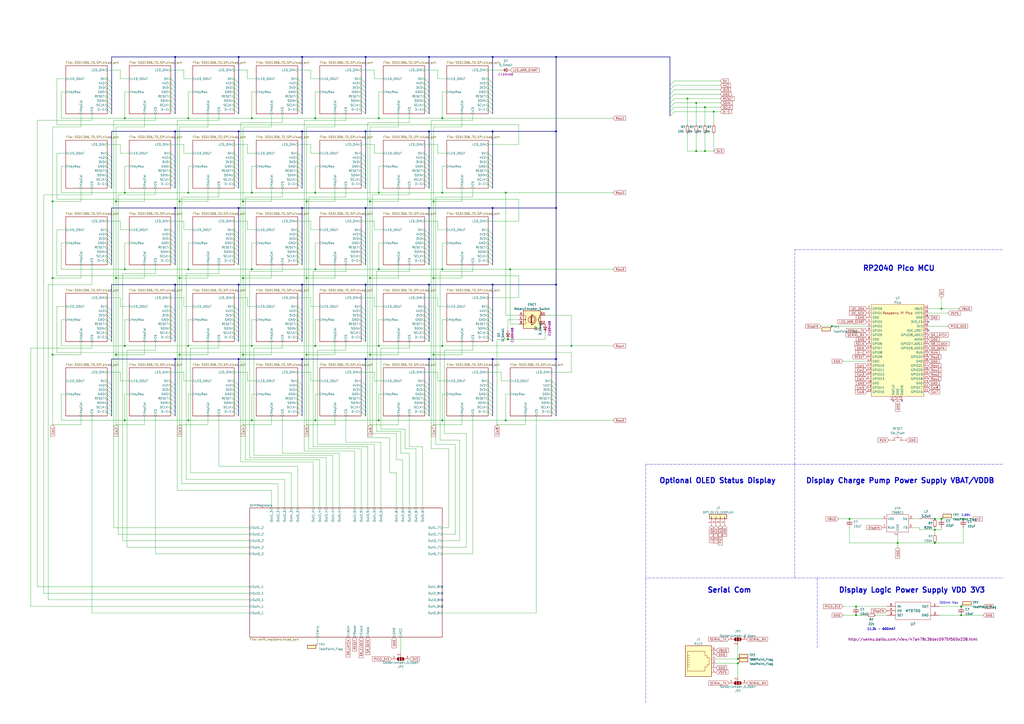
<source format=kicad_sch>
(kicad_sch (version 20211123) (generator eeschema)
  (paper "A2")
  (junction (at 322.58 76.2))
  (junction (at 219.71 200.66))
  (junction (at 408.94 62.23))
  (junction (at 175.26 33.02))
  (junction (at 398.78 57.15))
  (junction (at 295.91 156.21))
  (junction (at 248.92 76.2))
  (junction (at 146.05 111.76))
  (junction (at 101.6 208.28))
  (junction (at 101.6 120.65))
  (junction (at 30.48 205.74))
  (junction (at 212.09 165.1))
  (junction (at 109.22 111.76))
  (junction (at 138.43 208.28))
  (junction (at 138.43 165.1))
  (junction (at 403.86 87.63))
  (junction (at 542.29 307.34))
  (junction (at 546.1 300.99))
  (junction (at 285.75 208.28))
  (junction (at 322.58 208.28))
  (junction (at 251.46 161.29))
  (junction (at 285.75 165.1))
  (junction (at 177.8 205.74))
  (junction (at 542.29 314.96))
  (junction (at 182.88 111.76))
  (junction (at 427.99 384.81))
  (junction (at 212.09 76.2))
  (junction (at 67.31 205.74))
  (junction (at 175.26 120.65))
  (junction (at 30.48 116.84))
  (junction (at 30.48 161.29))
  (junction (at 322.58 33.02))
  (junction (at 285.75 120.65))
  (junction (at 542.29 300.99))
  (junction (at 182.88 200.66))
  (junction (at 482.6 189.23))
  (junction (at 256.54 68.58))
  (junction (at 72.39 68.58))
  (junction (at 101.6 33.02))
  (junction (at 109.22 243.84))
  (junction (at 182.88 68.58))
  (junction (at 109.22 200.66))
  (junction (at 182.88 156.21))
  (junction (at 251.46 205.74))
  (junction (at 251.46 116.84))
  (junction (at 146.05 68.58))
  (junction (at 427.99 382.27))
  (junction (at 256.54 156.21))
  (junction (at 214.63 116.84))
  (junction (at 248.92 208.28))
  (junction (at 403.86 59.69))
  (junction (at 140.97 161.29))
  (junction (at 72.39 200.66))
  (junction (at 248.92 165.1))
  (junction (at 219.71 243.84))
  (junction (at 109.22 156.21))
  (junction (at 322.58 165.1))
  (junction (at 546.1 179.07))
  (junction (at 146.05 156.21))
  (junction (at 293.37 111.76))
  (junction (at 331.47 200.66))
  (junction (at 248.92 120.65))
  (junction (at 285.75 76.2))
  (junction (at 104.14 205.74))
  (junction (at 175.26 76.2))
  (junction (at 212.09 33.02))
  (junction (at 414.02 64.77))
  (junction (at 175.26 208.28))
  (junction (at 256.54 243.84))
  (junction (at 520.7 314.96))
  (junction (at 256.54 200.66))
  (junction (at 72.39 156.21))
  (junction (at 214.63 161.29))
  (junction (at 138.43 120.65))
  (junction (at 138.43 33.02))
  (junction (at 219.71 68.58))
  (junction (at 496.57 351.79))
  (junction (at 219.71 111.76))
  (junction (at 101.6 76.2))
  (junction (at 293.37 243.84))
  (junction (at 67.31 161.29))
  (junction (at 214.63 205.74))
  (junction (at 408.94 87.63))
  (junction (at 146.05 243.84))
  (junction (at 109.22 68.58))
  (junction (at 212.09 208.28))
  (junction (at 248.92 33.02))
  (junction (at 175.26 165.1))
  (junction (at 177.8 161.29))
  (junction (at 182.88 243.84))
  (junction (at 285.75 33.02))
  (junction (at 322.58 120.65))
  (junction (at 72.39 111.76))
  (junction (at 138.43 76.2))
  (junction (at 212.09 120.65))
  (junction (at 146.05 200.66))
  (junction (at 557.53 351.79))
  (junction (at 140.97 116.84))
  (junction (at 104.14 161.29))
  (junction (at 557.53 356.87))
  (junction (at 492.76 300.99))
  (junction (at 104.14 116.84))
  (junction (at 256.54 111.76))
  (junction (at 140.97 205.74))
  (junction (at 72.39 243.84))
  (junction (at 67.31 116.84))
  (junction (at 177.8 116.84))
  (junction (at 101.6 165.1))
  (junction (at 219.71 156.21))
  (junction (at 294.64 196.85))
  (junction (at 496.57 356.87))
  (junction (at 558.8 300.99))
  (no_connect (at 523.24 232.41))
  (no_connect (at 518.16 232.41))
  (no_connect (at 538.48 186.69))
  (no_connect (at 538.48 191.77))
  (no_connect (at 256.54 340.36))
  (no_connect (at 256.54 344.17))
  (no_connect (at 256.54 347.98))
  (no_connect (at 256.54 351.79))
  (bus_entry (at 246.38 195.58) (size 2.54 2.54))
  (bus_entry (at 246.38 185.42) (size 2.54 2.54))
  (bus_entry (at 172.72 236.22) (size 2.54 2.54))
  (bus_entry (at 209.55 48.26) (size 2.54 2.54))
  (bus_entry (at 62.23 99.06) (size 2.54 2.54))
  (bus_entry (at 283.21 58.42) (size 2.54 2.54))
  (bus_entry (at 99.06 53.34) (size 2.54 2.54))
  (bus_entry (at 135.89 228.6) (size 2.54 2.54))
  (bus_entry (at 320.04 226.06) (size 2.54 2.54))
  (bus_entry (at 283.21 101.6) (size 2.54 2.54))
  (bus_entry (at 320.04 228.6) (size 2.54 2.54))
  (bus_entry (at 62.23 133.35) (size 2.54 2.54))
  (bus_entry (at 209.55 143.51) (size 2.54 2.54))
  (bus_entry (at 172.72 185.42) (size 2.54 2.54))
  (bus_entry (at 246.38 236.22) (size 2.54 2.54))
  (bus_entry (at 99.06 63.5) (size 2.54 2.54))
  (bus_entry (at 283.21 133.35) (size 2.54 2.54))
  (bus_entry (at 62.23 93.98) (size 2.54 2.54))
  (bus_entry (at 62.23 138.43) (size 2.54 2.54))
  (bus_entry (at 172.72 55.88) (size 2.54 2.54))
  (bus_entry (at 99.06 185.42) (size 2.54 2.54))
  (bus_entry (at 62.23 190.5) (size 2.54 2.54))
  (bus_entry (at 283.21 182.88) (size 2.54 2.54))
  (bus_entry (at 209.55 138.43) (size 2.54 2.54))
  (bus_entry (at 246.38 223.52) (size 2.54 2.54))
  (bus_entry (at 209.55 101.6) (size 2.54 2.54))
  (bus_entry (at 135.89 58.42) (size 2.54 2.54))
  (bus_entry (at 320.04 220.98) (size 2.54 2.54))
  (bus_entry (at 172.72 187.96) (size 2.54 2.54))
  (bus_entry (at 172.72 177.8) (size 2.54 2.54))
  (bus_entry (at 246.38 106.68) (size 2.54 2.54))
  (bus_entry (at 283.21 63.5) (size 2.54 2.54))
  (bus_entry (at 246.38 91.44) (size 2.54 2.54))
  (bus_entry (at 172.72 45.72) (size 2.54 2.54))
  (bus_entry (at 209.55 58.42) (size 2.54 2.54))
  (bus_entry (at 283.21 48.26) (size 2.54 2.54))
  (bus_entry (at 172.72 50.8) (size 2.54 2.54))
  (bus_entry (at 99.06 133.35) (size 2.54 2.54))
  (bus_entry (at 209.55 96.52) (size 2.54 2.54))
  (bus_entry (at 62.23 96.52) (size 2.54 2.54))
  (bus_entry (at 172.72 226.06) (size 2.54 2.54))
  (bus_entry (at 99.06 50.8) (size 2.54 2.54))
  (bus_entry (at 283.21 93.98) (size 2.54 2.54))
  (bus_entry (at 172.72 93.98) (size 2.54 2.54))
  (bus_entry (at 172.72 53.34) (size 2.54 2.54))
  (bus_entry (at 246.38 93.98) (size 2.54 2.54))
  (bus_entry (at 283.21 238.76) (size 2.54 2.54))
  (bus_entry (at 135.89 133.35) (size 2.54 2.54))
  (bus_entry (at 135.89 93.98) (size 2.54 2.54))
  (bus_entry (at 62.23 193.04) (size 2.54 2.54))
  (bus_entry (at 135.89 143.51) (size 2.54 2.54))
  (bus_entry (at 246.38 180.34) (size 2.54 2.54))
  (bus_entry (at 283.21 88.9) (size 2.54 2.54))
  (bus_entry (at 99.06 193.04) (size 2.54 2.54))
  (bus_entry (at 172.72 238.76) (size 2.54 2.54))
  (bus_entry (at 172.72 104.14) (size 2.54 2.54))
  (bus_entry (at 391.16 49.53) (size -2.54 2.54))
  (bus_entry (at 209.55 91.44) (size 2.54 2.54))
  (bus_entry (at 283.21 53.34) (size 2.54 2.54))
  (bus_entry (at 135.89 231.14) (size 2.54 2.54))
  (bus_entry (at 172.72 143.51) (size 2.54 2.54))
  (bus_entry (at 283.21 106.68) (size 2.54 2.54))
  (bus_entry (at 99.06 220.98) (size 2.54 2.54))
  (bus_entry (at 246.38 143.51) (size 2.54 2.54))
  (bus_entry (at 135.89 233.68) (size 2.54 2.54))
  (bus_entry (at 246.38 226.06) (size 2.54 2.54))
  (bus_entry (at 172.72 151.13) (size 2.54 2.54))
  (bus_entry (at 172.72 58.42) (size 2.54 2.54))
  (bus_entry (at 209.55 177.8) (size 2.54 2.54))
  (bus_entry (at 99.06 187.96) (size 2.54 2.54))
  (bus_entry (at 99.06 233.68) (size 2.54 2.54))
  (bus_entry (at 283.21 148.59) (size 2.54 2.54))
  (bus_entry (at 209.55 99.06) (size 2.54 2.54))
  (bus_entry (at 209.55 60.96) (size 2.54 2.54))
  (bus_entry (at 99.06 182.88) (size 2.54 2.54))
  (bus_entry (at 135.89 187.96) (size 2.54 2.54))
  (bus_entry (at 246.38 99.06) (size 2.54 2.54))
  (bus_entry (at 320.04 223.52) (size 2.54 2.54))
  (bus_entry (at 246.38 177.8) (size 2.54 2.54))
  (bus_entry (at 209.55 231.14) (size 2.54 2.54))
  (bus_entry (at 391.16 54.61) (size -2.54 2.54))
  (bus_entry (at 99.06 55.88) (size 2.54 2.54))
  (bus_entry (at 209.55 104.14) (size 2.54 2.54))
  (bus_entry (at 283.21 45.72) (size 2.54 2.54))
  (bus_entry (at 283.21 185.42) (size 2.54 2.54))
  (bus_entry (at 283.21 177.8) (size 2.54 2.54))
  (bus_entry (at 246.38 233.68) (size 2.54 2.54))
  (bus_entry (at 99.06 58.42) (size 2.54 2.54))
  (bus_entry (at 62.23 135.89) (size 2.54 2.54))
  (bus_entry (at 283.21 55.88) (size 2.54 2.54))
  (bus_entry (at 246.38 148.59) (size 2.54 2.54))
  (bus_entry (at 135.89 48.26) (size 2.54 2.54))
  (bus_entry (at 135.89 238.76) (size 2.54 2.54))
  (bus_entry (at 283.21 99.06) (size 2.54 2.54))
  (bus_entry (at 283.21 231.14) (size 2.54 2.54))
  (bus_entry (at 172.72 220.98) (size 2.54 2.54))
  (bus_entry (at 283.21 96.52) (size 2.54 2.54))
  (bus_entry (at 99.06 226.06) (size 2.54 2.54))
  (bus_entry (at 135.89 63.5) (size 2.54 2.54))
  (bus_entry (at 209.55 180.34) (size 2.54 2.54))
  (bus_entry (at 135.89 106.68) (size 2.54 2.54))
  (bus_entry (at 209.55 135.89) (size 2.54 2.54))
  (bus_entry (at 283.21 223.52) (size 2.54 2.54))
  (bus_entry (at 209.55 53.34) (size 2.54 2.54))
  (bus_entry (at 62.23 91.44) (size 2.54 2.54))
  (bus_entry (at 172.72 138.43) (size 2.54 2.54))
  (bus_entry (at 62.23 148.59) (size 2.54 2.54))
  (bus_entry (at 62.23 220.98) (size 2.54 2.54))
  (bus_entry (at 320.04 233.68) (size 2.54 2.54))
  (bus_entry (at 99.06 238.76) (size 2.54 2.54))
  (bus_entry (at 246.38 63.5) (size 2.54 2.54))
  (bus_entry (at 172.72 233.68) (size 2.54 2.54))
  (bus_entry (at 283.21 220.98) (size 2.54 2.54))
  (bus_entry (at 391.16 57.15) (size -2.54 2.54))
  (bus_entry (at 135.89 223.52) (size 2.54 2.54))
  (bus_entry (at 99.06 45.72) (size 2.54 2.54))
  (bus_entry (at 62.23 88.9) (size 2.54 2.54))
  (bus_entry (at 172.72 135.89) (size 2.54 2.54))
  (bus_entry (at 246.38 151.13) (size 2.54 2.54))
  (bus_entry (at 283.21 146.05) (size 2.54 2.54))
  (bus_entry (at 99.06 104.14) (size 2.54 2.54))
  (bus_entry (at 135.89 96.52) (size 2.54 2.54))
  (bus_entry (at 135.89 104.14) (size 2.54 2.54))
  (bus_entry (at 246.38 58.42) (size 2.54 2.54))
  (bus_entry (at 99.06 60.96) (size 2.54 2.54))
  (bus_entry (at 62.23 223.52) (size 2.54 2.54))
  (bus_entry (at 172.72 190.5) (size 2.54 2.54))
  (bus_entry (at 246.38 50.8) (size 2.54 2.54))
  (bus_entry (at 172.72 180.34) (size 2.54 2.54))
  (bus_entry (at 172.72 228.6) (size 2.54 2.54))
  (bus_entry (at 135.89 45.72) (size 2.54 2.54))
  (bus_entry (at 99.06 96.52) (size 2.54 2.54))
  (bus_entry (at 283.21 187.96) (size 2.54 2.54))
  (bus_entry (at 391.16 59.69) (size -2.54 2.54))
  (bus_entry (at 135.89 88.9) (size 2.54 2.54))
  (bus_entry (at 99.06 99.06) (size 2.54 2.54))
  (bus_entry (at 283.21 193.04) (size 2.54 2.54))
  (bus_entry (at 135.89 190.5) (size 2.54 2.54))
  (bus_entry (at 99.06 236.22) (size 2.54 2.54))
  (bus_entry (at 135.89 236.22) (size 2.54 2.54))
  (bus_entry (at 172.72 101.6) (size 2.54 2.54))
  (bus_entry (at 135.89 177.8) (size 2.54 2.54))
  (bus_entry (at 99.06 195.58) (size 2.54 2.54))
  (bus_entry (at 99.06 93.98) (size 2.54 2.54))
  (bus_entry (at 135.89 185.42) (size 2.54 2.54))
  (bus_entry (at 99.06 231.14) (size 2.54 2.54))
  (bus_entry (at 209.55 55.88) (size 2.54 2.54))
  (bus_entry (at 62.23 177.8) (size 2.54 2.54))
  (bus_entry (at 320.04 231.14) (size 2.54 2.54))
  (bus_entry (at 283.21 50.8) (size 2.54 2.54))
  (bus_entry (at 99.06 148.59) (size 2.54 2.54))
  (bus_entry (at 283.21 195.58) (size 2.54 2.54))
  (bus_entry (at 172.72 96.52) (size 2.54 2.54))
  (bus_entry (at 172.72 148.59) (size 2.54 2.54))
  (bus_entry (at 209.55 140.97) (size 2.54 2.54))
  (bus_entry (at 246.38 48.26) (size 2.54 2.54))
  (bus_entry (at 135.89 180.34) (size 2.54 2.54))
  (bus_entry (at 99.06 135.89) (size 2.54 2.54))
  (bus_entry (at 283.21 236.22) (size 2.54 2.54))
  (bus_entry (at 209.55 151.13) (size 2.54 2.54))
  (bus_entry (at 135.89 101.6) (size 2.54 2.54))
  (bus_entry (at 135.89 220.98) (size 2.54 2.54))
  (bus_entry (at 209.55 187.96) (size 2.54 2.54))
  (bus_entry (at 99.06 177.8) (size 2.54 2.54))
  (bus_entry (at 62.23 231.14) (size 2.54 2.54))
  (bus_entry (at 209.55 195.58) (size 2.54 2.54))
  (bus_entry (at 209.55 226.06) (size 2.54 2.54))
  (bus_entry (at 172.72 48.26) (size 2.54 2.54))
  (bus_entry (at 135.89 195.58) (size 2.54 2.54))
  (bus_entry (at 283.21 190.5) (size 2.54 2.54))
  (bus_entry (at 99.06 88.9) (size 2.54 2.54))
  (bus_entry (at 283.21 135.89) (size 2.54 2.54))
  (bus_entry (at 283.21 226.06) (size 2.54 2.54))
  (bus_entry (at 391.16 64.77) (size -2.54 2.54))
  (bus_entry (at 209.55 146.05) (size 2.54 2.54))
  (bus_entry (at 172.72 193.04) (size 2.54 2.54))
  (bus_entry (at 283.21 180.34) (size 2.54 2.54))
  (bus_entry (at 135.89 151.13) (size 2.54 2.54))
  (bus_entry (at 283.21 151.13) (size 2.54 2.54))
  (bus_entry (at 209.55 228.6) (size 2.54 2.54))
  (bus_entry (at 246.38 187.96) (size 2.54 2.54))
  (bus_entry (at 135.89 182.88) (size 2.54 2.54))
  (bus_entry (at 172.72 195.58) (size 2.54 2.54))
  (bus_entry (at 391.16 52.07) (size -2.54 2.54))
  (bus_entry (at 246.38 138.43) (size 2.54 2.54))
  (bus_entry (at 62.23 228.6) (size 2.54 2.54))
  (bus_entry (at 99.06 180.34) (size 2.54 2.54))
  (bus_entry (at 209.55 236.22) (size 2.54 2.54))
  (bus_entry (at 99.06 228.6) (size 2.54 2.54))
  (bus_entry (at 99.06 151.13) (size 2.54 2.54))
  (bus_entry (at 209.55 220.98) (size 2.54 2.54))
  (bus_entry (at 209.55 185.42) (size 2.54 2.54))
  (bus_entry (at 62.23 146.05) (size 2.54 2.54))
  (bus_entry (at 209.55 238.76) (size 2.54 2.54))
  (bus_entry (at 246.38 146.05) (size 2.54 2.54))
  (bus_entry (at 99.06 48.26) (size 2.54 2.54))
  (bus_entry (at 209.55 93.98) (size 2.54 2.54))
  (bus_entry (at 246.38 45.72) (size 2.54 2.54))
  (bus_entry (at 135.89 193.04) (size 2.54 2.54))
  (bus_entry (at 62.23 233.68) (size 2.54 2.54))
  (bus_entry (at 246.38 101.6) (size 2.54 2.54))
  (bus_entry (at 135.89 91.44) (size 2.54 2.54))
  (bus_entry (at 99.06 138.43) (size 2.54 2.54))
  (bus_entry (at 135.89 55.88) (size 2.54 2.54))
  (bus_entry (at 62.23 104.14) (size 2.54 2.54))
  (bus_entry (at 172.72 231.14) (size 2.54 2.54))
  (bus_entry (at 283.21 60.96) (size 2.54 2.54))
  (bus_entry (at 209.55 106.68) (size 2.54 2.54))
  (bus_entry (at 172.72 88.9) (size 2.54 2.54))
  (bus_entry (at 246.38 104.14) (size 2.54 2.54))
  (bus_entry (at 62.23 143.51) (size 2.54 2.54))
  (bus_entry (at 172.72 60.96) (size 2.54 2.54))
  (bus_entry (at 246.38 182.88) (size 2.54 2.54))
  (bus_entry (at 283.21 228.6) (size 2.54 2.54))
  (bus_entry (at 135.89 146.05) (size 2.54 2.54))
  (bus_entry (at 62.23 106.68) (size 2.54 2.54))
  (bus_entry (at 283.21 138.43) (size 2.54 2.54))
  (bus_entry (at 246.38 190.5) (size 2.54 2.54))
  (bus_entry (at 135.89 148.59) (size 2.54 2.54))
  (bus_entry (at 172.72 146.05) (size 2.54 2.54))
  (bus_entry (at 391.16 46.99) (size -2.54 2.54))
  (bus_entry (at 209.55 148.59) (size 2.54 2.54))
  (bus_entry (at 135.89 53.34) (size 2.54 2.54))
  (bus_entry (at 172.72 223.52) (size 2.54 2.54))
  (bus_entry (at 99.06 143.51) (size 2.54 2.54))
  (bus_entry (at 172.72 182.88) (size 2.54 2.54))
  (bus_entry (at 246.38 55.88) (size 2.54 2.54))
  (bus_entry (at 246.38 193.04) (size 2.54 2.54))
  (bus_entry (at 99.06 190.5) (size 2.54 2.54))
  (bus_entry (at 209.55 63.5) (size 2.54 2.54))
  (bus_entry (at 62.23 60.96) (size 2.54 2.54))
  (bus_entry (at 62.23 63.5) (size 2.54 2.54))
  (bus_entry (at 62.23 55.88) (size 2.54 2.54))
  (bus_entry (at 62.23 58.42) (size 2.54 2.54))
  (bus_entry (at 62.23 50.8) (size 2.54 2.54))
  (bus_entry (at 62.23 53.34) (size 2.54 2.54))
  (bus_entry (at 62.23 45.72) (size 2.54 2.54))
  (bus_entry (at 62.23 48.26) (size 2.54 2.54))
  (bus_entry (at 391.16 62.23) (size -2.54 2.54))
  (bus_entry (at 246.38 96.52) (size 2.54 2.54))
  (bus_entry (at 135.89 140.97) (size 2.54 2.54))
  (bus_entry (at 246.38 228.6) (size 2.54 2.54))
  (bus_entry (at 62.23 101.6) (size 2.54 2.54))
  (bus_entry (at 172.72 106.68) (size 2.54 2.54))
  (bus_entry (at 135.89 135.89) (size 2.54 2.54))
  (bus_entry (at 246.38 133.35) (size 2.54 2.54))
  (bus_entry (at 246.38 140.97) (size 2.54 2.54))
  (bus_entry (at 246.38 135.89) (size 2.54 2.54))
  (bus_entry (at 99.06 106.68) (size 2.54 2.54))
  (bus_entry (at 172.72 133.35) (size 2.54 2.54))
  (bus_entry (at 62.23 151.13) (size 2.54 2.54))
  (bus_entry (at 135.89 226.06) (size 2.54 2.54))
  (bus_entry (at 246.38 238.76) (size 2.54 2.54))
  (bus_entry (at 62.23 195.58) (size 2.54 2.54))
  (bus_entry (at 99.06 91.44) (size 2.54 2.54))
  (bus_entry (at 246.38 60.96) (size 2.54 2.54))
  (bus_entry (at 283.21 143.51) (size 2.54 2.54))
  (bus_entry (at 209.55 233.68) (size 2.54 2.54))
  (bus_entry (at 99.06 146.05) (size 2.54 2.54))
  (bus_entry (at 209.55 182.88) (size 2.54 2.54))
  (bus_entry (at 246.38 231.14) (size 2.54 2.54))
  (bus_entry (at 62.23 140.97) (size 2.54 2.54))
  (bus_entry (at 99.06 223.52) (size 2.54 2.54))
  (bus_entry (at 283.21 140.97) (size 2.54 2.54))
  (bus_entry (at 283.21 233.68) (size 2.54 2.54))
  (bus_entry (at 246.38 220.98) (size 2.54 2.54))
  (bus_entry (at 246.38 53.34) (size 2.54 2.54))
  (bus_entry (at 135.89 99.06) (size 2.54 2.54))
  (bus_entry (at 209.55 133.35) (size 2.54 2.54))
  (bus_entry (at 209.55 88.9) (size 2.54 2.54))
  (bus_entry (at 62.23 180.34) (size 2.54 2.54))
  (bus_entry (at 320.04 238.76) (size 2.54 2.54))
  (bus_entry (at 209.55 193.04) (size 2.54 2.54))
  (bus_entry (at 320.04 236.22) (size 2.54 2.54))
  (bus_entry (at 62.23 238.76) (size 2.54 2.54))
  (bus_entry (at 135.89 60.96) (size 2.54 2.54))
  (bus_entry (at 209.55 45.72) (size 2.54 2.54))
  (bus_entry (at 209.55 223.52) (size 2.54 2.54))
  (bus_entry (at 172.72 91.44) (size 2.54 2.54))
  (bus_entry (at 209.55 190.5) (size 2.54 2.54))
  (bus_entry (at 172.72 99.06) (size 2.54 2.54))
  (bus_entry (at 283.21 104.14) (size 2.54 2.54))
  (bus_entry (at 209.55 50.8) (size 2.54 2.54))
  (bus_entry (at 62.23 182.88) (size 2.54 2.54))
  (bus_entry (at 283.21 91.44) (size 2.54 2.54))
  (bus_entry (at 172.72 140.97) (size 2.54 2.54))
  (bus_entry (at 62.23 187.96) (size 2.54 2.54))
  (bus_entry (at 246.38 88.9) (size 2.54 2.54))
  (bus_entry (at 62.23 185.42) (size 2.54 2.54))
  (bus_entry (at 99.06 140.97) (size 2.54 2.54))
  (bus_entry (at 172.72 63.5) (size 2.54 2.54))
  (bus_entry (at 135.89 50.8) (size 2.54 2.54))
  (bus_entry (at 99.06 101.6) (size 2.54 2.54))
  (bus_entry (at 62.23 226.06) (size 2.54 2.54))
  (bus_entry (at 135.89 138.43) (size 2.54 2.54))
  (bus_entry (at 62.23 236.22) (size 2.54 2.54))
  (bus (pts (xy 285.75 60.96) (xy 285.75 58.42)))
  (wire (pts (xy 256.54 140.97) (xy 259.08 140.97)))
  (bus (pts (xy 64.77 99.06) (xy 64.77 96.52)))
  (wire (pts (xy 46.99 246.38) (xy 46.99 241.3)))
  (bus (pts (xy 248.92 50.8) (xy 248.92 48.26)))
  (wire (pts (xy 148.59 88.9) (xy 143.51 88.9)))
  (wire (pts (xy 17.78 351.79) (xy 144.78 351.79)))
  (wire (pts (xy 161.29 280.67) (xy 105.41 280.67)))
  (wire (pts (xy 256.54 96.52) (xy 259.08 96.52)))
  (bus (pts (xy 101.6 228.6) (xy 101.6 226.06)))
  (wire (pts (xy 111.76 220.98) (xy 106.68 220.98)))
  (wire (pts (xy 69.85 220.98) (xy 69.85 215.9)))
  (wire (pts (xy 226.06 274.32) (xy 226.06 254)))
  (wire (pts (xy 185.42 133.35) (xy 180.34 133.35)))
  (bus (pts (xy 212.09 195.58) (xy 212.09 193.04)))
  (wire (pts (xy 148.59 177.8) (xy 143.51 177.8)))
  (wire (pts (xy 53.34 198.12) (xy 53.34 201.93)))
  (bus (pts (xy 322.58 241.3) (xy 322.58 238.76)))
  (bus (pts (xy 64.77 233.68) (xy 64.77 231.14)))
  (wire (pts (xy 35.56 200.66) (xy 72.39 200.66)))
  (wire (pts (xy 251.46 246.38) (xy 267.97 246.38)))
  (bus (pts (xy 212.09 93.98) (xy 212.09 91.44)))
  (wire (pts (xy 120.65 161.29) (xy 104.14 161.29)))
  (wire (pts (xy 147.32 201.93) (xy 163.83 201.93)))
  (bus (pts (xy 285.75 182.88) (xy 285.75 180.34)))
  (wire (pts (xy 33.02 72.39) (xy 300.99 72.39)))
  (bus (pts (xy 64.77 63.5) (xy 64.77 60.96)))
  (bus (pts (xy 64.77 223.52) (xy 64.77 208.28)))
  (wire (pts (xy 252.73 114.3) (xy 274.32 114.3)))
  (bus (pts (xy 285.75 208.28) (xy 322.58 208.28)))
  (wire (pts (xy 147.32 264.16) (xy 147.32 201.93)))
  (bus (pts (xy 64.77 226.06) (xy 64.77 223.52)))
  (bus (pts (xy 388.62 54.61) (xy 388.62 57.15)))
  (wire (pts (xy 146.05 53.34) (xy 148.59 53.34)))
  (wire (pts (xy 403.86 59.69) (xy 403.86 72.39)))
  (bus (pts (xy 285.75 193.04) (xy 285.75 190.5)))
  (bus (pts (xy 101.6 106.68) (xy 101.6 104.14)))
  (bus (pts (xy 248.92 187.96) (xy 248.92 185.42)))
  (bus (pts (xy 138.43 238.76) (xy 138.43 236.22)))
  (bus (pts (xy 175.26 182.88) (xy 175.26 180.34)))
  (wire (pts (xy 38.1 88.9) (xy 33.02 88.9)))
  (wire (pts (xy 72.39 185.42) (xy 74.93 185.42)))
  (bus (pts (xy 138.43 76.2) (xy 175.26 76.2)))
  (bus (pts (xy 64.77 91.44) (xy 64.77 76.2)))
  (bus (pts (xy 212.09 106.68) (xy 212.09 104.14)))
  (wire (pts (xy 252.73 257.81) (xy 252.73 114.3)))
  (wire (pts (xy 209.55 260.35) (xy 179.07 260.35)))
  (bus (pts (xy 175.26 104.14) (xy 175.26 101.6)))
  (bus (pts (xy 175.26 151.13) (xy 175.26 148.59)))
  (wire (pts (xy 231.14 246.38) (xy 231.14 241.3)))
  (wire (pts (xy 295.91 156.21) (xy 355.6 156.21)))
  (wire (pts (xy 542.29 300.99) (xy 546.1 300.99)))
  (bus (pts (xy 64.77 93.98) (xy 64.77 91.44)))
  (polyline (pts (xy 374.65 335.28) (xy 374.65 407.67)))
  (wire (pts (xy 182.88 228.6) (xy 182.88 243.84)))
  (bus (pts (xy 175.26 187.96) (xy 175.26 185.42)))
  (wire (pts (xy 127 201.93) (xy 127 198.12)))
  (wire (pts (xy 181.61 157.48) (xy 200.66 157.48)))
  (wire (pts (xy 214.63 205.74) (xy 214.63 246.38)))
  (bus (pts (xy 101.6 151.13) (xy 101.6 148.59)))
  (wire (pts (xy 558.8 300.99) (xy 563.88 300.99)))
  (wire (pts (xy 222.25 177.8) (xy 217.17 177.8)))
  (wire (pts (xy 35.56 243.84) (xy 72.39 243.84)))
  (wire (pts (xy 391.16 46.99) (xy 417.83 46.99)))
  (bus (pts (xy 175.26 185.42) (xy 175.26 182.88)))
  (wire (pts (xy 219.71 200.66) (xy 256.54 200.66)))
  (bus (pts (xy 212.09 63.5) (xy 212.09 60.96)))
  (wire (pts (xy 251.46 73.66) (xy 251.46 116.84)))
  (bus (pts (xy 64.77 60.96) (xy 64.77 58.42)))
  (bus (pts (xy 212.09 143.51) (xy 212.09 140.97)))
  (bus (pts (xy 175.26 140.97) (xy 175.26 138.43)))
  (wire (pts (xy 217.17 220.98) (xy 217.17 215.9)))
  (bus (pts (xy 138.43 96.52) (xy 138.43 93.98)))
  (bus (pts (xy 285.75 153.67) (xy 285.75 151.13)))
  (wire (pts (xy 140.97 205.74) (xy 140.97 246.38)))
  (wire (pts (xy 180.34 128.27) (xy 172.72 128.27)))
  (wire (pts (xy 109.22 96.52) (xy 109.22 111.76)))
  (bus (pts (xy 212.09 138.43) (xy 212.09 135.89)))
  (wire (pts (xy 179.07 114.3) (xy 200.66 114.3)))
  (wire (pts (xy 72.39 228.6) (xy 72.39 243.84)))
  (bus (pts (xy 138.43 165.1) (xy 175.26 165.1)))
  (wire (pts (xy 106.68 83.82) (xy 99.06 83.82)))
  (wire (pts (xy 290.83 220.98) (xy 290.83 215.9)))
  (bus (pts (xy 322.58 228.6) (xy 322.58 226.06)))
  (wire (pts (xy 69.85 128.27) (xy 62.23 128.27)))
  (bus (pts (xy 101.6 53.34) (xy 101.6 50.8)))
  (bus (pts (xy 248.92 208.28) (xy 285.75 208.28)))
  (wire (pts (xy 182.88 111.76) (xy 219.71 111.76)))
  (wire (pts (xy 237.49 71.12) (xy 237.49 66.04)))
  (bus (pts (xy 101.6 55.88) (xy 101.6 53.34)))
  (wire (pts (xy 266.7 313.69) (xy 266.7 255.27)))
  (bus (pts (xy 212.09 223.52) (xy 212.09 208.28)))
  (wire (pts (xy 237.49 201.93) (xy 237.49 198.12)))
  (wire (pts (xy 264.16 309.88) (xy 264.16 257.81)))
  (wire (pts (xy 157.48 66.04) (xy 157.48 73.66)))
  (wire (pts (xy 74.93 133.35) (xy 69.85 133.35)))
  (wire (pts (xy 74.93 45.72) (xy 69.85 45.72)))
  (wire (pts (xy 182.88 140.97) (xy 182.88 156.21)))
  (wire (pts (xy 35.56 111.76) (xy 72.39 111.76)))
  (wire (pts (xy 222.25 133.35) (xy 217.17 133.35)))
  (wire (pts (xy 176.53 261.62) (xy 176.53 69.85)))
  (wire (pts (xy 184.15 203.2) (xy 200.66 203.2)))
  (wire (pts (xy 231.14 161.29) (xy 214.63 161.29)))
  (bus (pts (xy 212.09 153.67) (xy 212.09 151.13)))
  (wire (pts (xy 120.65 73.66) (xy 104.14 73.66)))
  (wire (pts (xy 180.34 88.9) (xy 180.34 83.82)))
  (wire (pts (xy 219.71 228.6) (xy 219.71 243.84)))
  (polyline (pts (xy 461.01 269.24) (xy 461.01 144.78)))
  (wire (pts (xy 177.8 73.66) (xy 177.8 116.84)))
  (wire (pts (xy 229.87 274.32) (xy 226.06 274.32)))
  (bus (pts (xy 64.77 193.04) (xy 64.77 190.5)))
  (bus (pts (xy 101.6 143.51) (xy 101.6 140.97)))
  (wire (pts (xy 274.32 203.2) (xy 274.32 198.12)))
  (wire (pts (xy 109.22 53.34) (xy 109.22 68.58)))
  (wire (pts (xy 177.8 205.74) (xy 177.8 246.38)))
  (wire (pts (xy 111.76 88.9) (xy 106.68 88.9)))
  (bus (pts (xy 64.77 66.04) (xy 64.77 63.5)))
  (bus (pts (xy 248.92 143.51) (xy 248.92 140.97)))
  (wire (pts (xy 35.56 96.52) (xy 35.56 111.76)))
  (wire (pts (xy 496.57 356.87) (xy 502.92 356.87)))
  (wire (pts (xy 256.54 53.34) (xy 256.54 68.58)))
  (wire (pts (xy 408.94 77.47) (xy 408.94 87.63)))
  (wire (pts (xy 311.15 355.6) (xy 311.15 241.3)))
  (bus (pts (xy 138.43 106.68) (xy 138.43 104.14)))
  (wire (pts (xy 542.29 306.07) (xy 542.29 307.34)))
  (wire (pts (xy 180.34 215.9) (xy 172.72 215.9)))
  (bus (pts (xy 138.43 55.88) (xy 138.43 53.34)))
  (wire (pts (xy 476.25 189.23) (xy 482.6 189.23)))
  (wire (pts (xy 148.59 45.72) (xy 143.51 45.72)))
  (wire (pts (xy 260.35 306.07) (xy 260.35 260.35)))
  (bus (pts (xy 285.75 99.06) (xy 285.75 96.52)))
  (wire (pts (xy 21.59 69.85) (xy 53.34 69.85)))
  (bus (pts (xy 175.26 180.34) (xy 175.26 165.1)))
  (wire (pts (xy 106.68 215.9) (xy 99.06 215.9)))
  (wire (pts (xy 109.22 111.76) (xy 146.05 111.76)))
  (wire (pts (xy 558.8 306.07) (xy 558.8 314.96)))
  (bus (pts (xy 212.09 241.3) (xy 212.09 238.76)))
  (wire (pts (xy 127 66.04) (xy 127 69.85)))
  (wire (pts (xy 529.59 300.99) (xy 533.4 300.99)))
  (wire (pts (xy 427.99 374.65) (xy 427.99 382.27)))
  (wire (pts (xy 143.51 220.98) (xy 143.51 215.9)))
  (bus (pts (xy 248.92 151.13) (xy 248.92 148.59)))
  (wire (pts (xy 408.94 62.23) (xy 408.94 72.39)))
  (wire (pts (xy 250.19 260.35) (xy 250.19 69.85)))
  (wire (pts (xy 213.36 71.12) (xy 237.49 71.12)))
  (bus (pts (xy 64.77 180.34) (xy 64.77 165.1)))
  (wire (pts (xy 254 45.72) (xy 254 40.64)))
  (wire (pts (xy 232.41 250.19) (xy 218.44 250.19)))
  (bus (pts (xy 138.43 50.8) (xy 138.43 48.26)))
  (wire (pts (xy 120.65 246.38) (xy 120.65 241.3)))
  (wire (pts (xy 256.54 200.66) (xy 331.47 200.66)))
  (wire (pts (xy 217.17 215.9) (xy 209.55 215.9)))
  (bus (pts (xy 175.26 146.05) (xy 175.26 143.51)))
  (wire (pts (xy 182.88 53.34) (xy 182.88 68.58)))
  (wire (pts (xy 254 215.9) (xy 246.38 215.9)))
  (wire (pts (xy 403.86 87.63) (xy 408.94 87.63)))
  (wire (pts (xy 219.71 185.42) (xy 222.25 185.42)))
  (wire (pts (xy 83.82 161.29) (xy 67.31 161.29)))
  (wire (pts (xy 256.54 309.88) (xy 264.16 309.88)))
  (wire (pts (xy 256.54 306.07) (xy 260.35 306.07)))
  (wire (pts (xy 180.34 133.35) (xy 180.34 128.27)))
  (wire (pts (xy 21.59 340.36) (xy 144.78 340.36)))
  (wire (pts (xy 179.07 260.35) (xy 179.07 114.3)))
  (bus (pts (xy 212.09 208.28) (xy 248.92 208.28)))
  (wire (pts (xy 180.34 220.98) (xy 180.34 215.9)))
  (bus (pts (xy 175.26 193.04) (xy 175.26 190.5)))
  (wire (pts (xy 270.51 251.46) (xy 257.81 251.46)))
  (bus (pts (xy 138.43 226.06) (xy 138.43 223.52)))
  (wire (pts (xy 231.14 116.84) (xy 214.63 116.84)))
  (bus (pts (xy 101.6 63.5) (xy 101.6 60.96)))
  (bus (pts (xy 64.77 58.42) (xy 64.77 55.88)))
  (wire (pts (xy 46.99 73.66) (xy 30.48 73.66)))
  (wire (pts (xy 38.1 177.8) (xy 33.02 177.8)))
  (wire (pts (xy 104.14 116.84) (xy 104.14 161.29)))
  (wire (pts (xy 185.42 45.72) (xy 180.34 45.72)))
  (bus (pts (xy 285.75 48.26) (xy 285.75 33.02)))
  (bus (pts (xy 138.43 223.52) (xy 138.43 208.28)))
  (wire (pts (xy 67.31 116.84) (xy 67.31 161.29)))
  (wire (pts (xy 331.47 182.88) (xy 331.47 200.66)))
  (wire (pts (xy 218.44 157.48) (xy 237.49 157.48)))
  (wire (pts (xy 35.56 140.97) (xy 38.1 140.97)))
  (wire (pts (xy 544.83 356.87) (xy 557.53 356.87)))
  (wire (pts (xy 222.25 45.72) (xy 217.17 45.72)))
  (wire (pts (xy 38.1 45.72) (xy 33.02 45.72)))
  (wire (pts (xy 21.59 340.36) (xy 21.59 69.85)))
  (wire (pts (xy 144.78 309.88) (xy 68.58 309.88)))
  (bus (pts (xy 285.75 165.1) (xy 322.58 165.1)))
  (wire (pts (xy 220.98 248.92) (xy 220.98 201.93)))
  (wire (pts (xy 109.22 96.52) (xy 111.76 96.52)))
  (wire (pts (xy 290.83 215.9) (xy 283.21 215.9)))
  (bus (pts (xy 175.26 120.65) (xy 212.09 120.65)))
  (bus (pts (xy 175.26 231.14) (xy 175.26 228.6)))
  (wire (pts (xy 144.78 157.48) (xy 163.83 157.48)))
  (wire (pts (xy 427.99 382.27) (xy 415.29 382.27)))
  (polyline (pts (xy 473.71 335.28) (xy 374.65 335.28)))
  (wire (pts (xy 237.49 262.89) (xy 232.41 262.89)))
  (wire (pts (xy 102.87 69.85) (xy 127 69.85)))
  (bus (pts (xy 175.26 96.52) (xy 175.26 93.98)))
  (wire (pts (xy 35.56 156.21) (xy 72.39 156.21)))
  (wire (pts (xy 185.42 266.7) (xy 142.24 266.7)))
  (wire (pts (xy 414.02 64.77) (xy 414.02 72.39)))
  (wire (pts (xy 74.93 220.98) (xy 69.85 220.98)))
  (bus (pts (xy 101.6 146.05) (xy 101.6 143.51)))
  (wire (pts (xy 300.99 185.42) (xy 294.64 185.42)))
  (wire (pts (xy 237.49 113.03) (xy 237.49 109.22)))
  (bus (pts (xy 175.26 33.02) (xy 212.09 33.02)))
  (wire (pts (xy 157.48 205.74) (xy 140.97 205.74)))
  (bus (pts (xy 101.6 91.44) (xy 101.6 76.2)))
  (bus (pts (xy 101.6 148.59) (xy 101.6 146.05)))
  (bus (pts (xy 212.09 148.59) (xy 212.09 146.05)))
  (bus (pts (xy 138.43 135.89) (xy 138.43 120.65)))
  (wire (pts (xy 106.68 177.8) (xy 106.68 172.72)))
  (bus (pts (xy 212.09 53.34) (xy 212.09 50.8)))
  (bus (pts (xy 248.92 138.43) (xy 248.92 135.89)))
  (bus (pts (xy 138.43 60.96) (xy 138.43 58.42)))
  (wire (pts (xy 69.85 40.64) (xy 62.23 40.64)))
  (wire (pts (xy 53.34 355.6) (xy 144.78 355.6)))
  (wire (pts (xy 106.68 172.72) (xy 99.06 172.72)))
  (wire (pts (xy 33.02 177.8) (xy 33.02 204.47)))
  (wire (pts (xy 120.65 66.04) (xy 120.65 73.66)))
  (wire (pts (xy 165.1 294.64) (xy 165.1 278.13)))
  (wire (pts (xy 46.99 153.67) (xy 46.99 161.29)))
  (wire (pts (xy 219.71 68.58) (xy 256.54 68.58)))
  (wire (pts (xy 241.3 260.35) (xy 234.95 260.35)))
  (wire (pts (xy 217.17 133.35) (xy 217.17 128.27)))
  (bus (pts (xy 175.26 76.2) (xy 212.09 76.2)))
  (wire (pts (xy 259.08 45.72) (xy 254 45.72)))
  (wire (pts (xy 414.02 87.63) (xy 414.02 77.47)))
  (bus (pts (xy 285.75 185.42) (xy 285.75 182.88)))
  (wire (pts (xy 283.21 40.64) (xy 290.83 40.64)))
  (wire (pts (xy 109.22 156.21) (xy 146.05 156.21)))
  (wire (pts (xy 255.27 157.48) (xy 274.32 157.48)))
  (bus (pts (xy 248.92 153.67) (xy 248.92 151.13)))
  (wire (pts (xy 251.46 161.29) (xy 251.46 205.74)))
  (wire (pts (xy 194.31 116.84) (xy 177.8 116.84)))
  (wire (pts (xy 492.76 314.96) (xy 520.7 314.96)))
  (wire (pts (xy 106.68 45.72) (xy 106.68 40.64)))
  (bus (pts (xy 64.77 236.22) (xy 64.77 233.68)))
  (wire (pts (xy 146.05 243.84) (xy 182.88 243.84)))
  (wire (pts (xy 157.48 294.64) (xy 157.48 284.48)))
  (bus (pts (xy 101.6 241.3) (xy 101.6 238.76)))
  (wire (pts (xy 109.22 185.42) (xy 111.76 185.42)))
  (bus (pts (xy 212.09 182.88) (xy 212.09 180.34)))
  (wire (pts (xy 488.95 351.79) (xy 496.57 351.79)))
  (wire (pts (xy 105.41 280.67) (xy 105.41 114.3)))
  (wire (pts (xy 143.51 172.72) (xy 135.89 172.72)))
  (wire (pts (xy 194.31 109.22) (xy 194.31 116.84)))
  (bus (pts (xy 101.6 50.8) (xy 101.6 48.26)))
  (wire (pts (xy 30.48 161.29) (xy 30.48 205.74)))
  (wire (pts (xy 496.57 351.79) (xy 514.35 351.79)))
  (bus (pts (xy 285.75 187.96) (xy 285.75 185.42)))
  (bus (pts (xy 285.75 241.3) (xy 285.75 238.76)))
  (wire (pts (xy 120.65 205.74) (xy 104.14 205.74)))
  (bus (pts (xy 212.09 91.44) (xy 212.09 76.2)))
  (bus (pts (xy 285.75 143.51) (xy 285.75 140.97)))
  (bus (pts (xy 64.77 190.5) (xy 64.77 187.96)))
  (bus (pts (xy 212.09 66.04) (xy 212.09 63.5)))
  (bus (pts (xy 175.26 106.68) (xy 175.26 104.14)))
  (wire (pts (xy 200.66 203.2) (xy 200.66 198.12)))
  (bus (pts (xy 101.6 101.6) (xy 101.6 99.06)))
  (bus (pts (xy 175.26 233.68) (xy 175.26 231.14)))
  (bus (pts (xy 248.92 182.88) (xy 248.92 180.34)))
  (wire (pts (xy 90.17 69.85) (xy 90.17 66.04)))
  (wire (pts (xy 146.05 111.76) (xy 182.88 111.76)))
  (bus (pts (xy 248.92 236.22) (xy 248.92 233.68)))
  (wire (pts (xy 157.48 198.12) (xy 157.48 205.74)))
  (wire (pts (xy 30.48 205.74) (xy 30.48 246.38)))
  (wire (pts (xy 300.99 83.82) (xy 283.21 83.82)))
  (bus (pts (xy 101.6 231.14) (xy 101.6 228.6)))
  (wire (pts (xy 391.16 54.61) (xy 417.83 54.61)))
  (wire (pts (xy 486.41 300.99) (xy 492.76 300.99)))
  (wire (pts (xy 200.66 114.3) (xy 200.66 109.22)))
  (wire (pts (xy 257.81 251.46) (xy 257.81 203.2)))
  (bus (pts (xy 285.75 76.2) (xy 322.58 76.2)))
  (wire (pts (xy 219.71 111.76) (xy 256.54 111.76)))
  (bus (pts (xy 64.77 50.8) (xy 64.77 48.26)))
  (bus (pts (xy 285.75 106.68) (xy 285.75 104.14)))
  (polyline (pts (xy 473.9935 375.92) (xy 473.9935 335.28)))
  (bus (pts (xy 248.92 233.68) (xy 248.92 231.14)))
  (wire (pts (xy 256.54 140.97) (xy 256.54 156.21)))
  (wire (pts (xy 294.64 185.42) (xy 294.64 191.77)))
  (bus (pts (xy 101.6 185.42) (xy 101.6 182.88)))
  (bus (pts (xy 212.09 99.06) (xy 212.09 96.52)))
  (wire (pts (xy 274.32 157.48) (xy 274.32 153.67)))
  (wire (pts (xy 492.76 306.07) (xy 492.76 314.96)))
  (bus (pts (xy 101.6 60.96) (xy 101.6 58.42)))
  (bus (pts (xy 285.75 190.5) (xy 285.75 187.96)))
  (wire (pts (xy 233.68 294.64) (xy 233.68 266.7)))
  (wire (pts (xy 53.34 165.1) (xy 53.34 153.67)))
  (wire (pts (xy 542.29 314.96) (xy 558.8 314.96)))
  (wire (pts (xy 391.16 52.07) (xy 417.83 52.07)))
  (bus (pts (xy 175.26 236.22) (xy 175.26 233.68)))
  (wire (pts (xy 293.37 228.6) (xy 295.91 228.6)))
  (wire (pts (xy 67.31 205.74) (xy 67.31 246.38)))
  (wire (pts (xy 194.31 73.66) (xy 177.8 73.66)))
  (bus (pts (xy 138.43 104.14) (xy 138.43 101.6)))
  (wire (pts (xy 146.05 228.6) (xy 148.59 228.6)))
  (wire (pts (xy 300.99 160.02) (xy 300.99 172.72)))
  (bus (pts (xy 248.92 55.88) (xy 248.92 53.34)))
  (wire (pts (xy 219.71 243.84) (xy 256.54 243.84)))
  (bus (pts (xy 248.92 148.59) (xy 248.92 146.05)))
  (wire (pts (xy 53.34 201.93) (xy 17.78 201.93)))
  (bus (pts (xy 248.92 99.06) (xy 248.92 96.52)))
  (bus (pts (xy 212.09 233.68) (xy 212.09 231.14)))
  (bus (pts (xy 322.58 33.02) (xy 388.62 33.02)))
  (wire (pts (xy 398.78 77.47) (xy 398.78 87.63)))
  (bus (pts (xy 248.92 238.76) (xy 248.92 236.22)))
  (wire (pts (xy 189.23 294.64) (xy 189.23 265.43)))
  (wire (pts (xy 177.8 116.84) (xy 177.8 161.29)))
  (bus (pts (xy 212.09 180.34) (xy 212.09 165.1)))
  (wire (pts (xy 557.53 351.79) (xy 570.23 351.79)))
  (bus (pts (xy 212.09 96.52) (xy 212.09 93.98)))
  (bus (pts (xy 248.92 66.04) (xy 248.92 63.5)))
  (wire (pts (xy 251.46 116.84) (xy 251.46 161.29)))
  (bus (pts (xy 64.77 187.96) (xy 64.77 185.42)))
  (wire (pts (xy 267.97 246.38) (xy 267.97 241.3)))
  (wire (pts (xy 529.59 306.07) (xy 533.4 306.07)))
  (wire (pts (xy 33.02 45.72) (xy 33.02 72.39)))
  (wire (pts (xy 176.53 69.85) (xy 200.66 69.85)))
  (bus (pts (xy 285.75 109.22) (xy 285.75 106.68)))
  (wire (pts (xy 180.34 45.72) (xy 180.34 40.64)))
  (wire (pts (xy 73.66 203.2) (xy 90.17 203.2)))
  (bus (pts (xy 64.77 106.68) (xy 64.77 104.14)))
  (wire (pts (xy 144.78 265.43) (xy 144.78 157.48)))
  (wire (pts (xy 267.97 66.04) (xy 267.97 73.66)))
  (bus (pts (xy 101.6 135.89) (xy 101.6 120.65)))
  (wire (pts (xy 140.97 161.29) (xy 140.97 205.74)))
  (wire (pts (xy 74.93 177.8) (xy 69.85 177.8)))
  (wire (pts (xy 189.23 265.43) (xy 144.78 265.43)))
  (bus (pts (xy 212.09 120.65) (xy 248.92 120.65)))
  (polyline (pts (xy 461.01 269.24) (xy 581.66 269.24)))
  (wire (pts (xy 194.31 66.04) (xy 194.31 73.66)))
  (bus (pts (xy 248.92 190.5) (xy 248.92 187.96)))
  (wire (pts (xy 104.14 205.74) (xy 104.14 246.38)))
  (wire (pts (xy 533.4 307.34) (xy 542.29 307.34)))
  (bus (pts (xy 101.6 140.97) (xy 101.6 138.43)))
  (wire (pts (xy 104.14 73.66) (xy 104.14 116.84)))
  (wire (pts (xy 196.85 262.89) (xy 163.83 262.89)))
  (bus (pts (xy 285.75 135.89) (xy 285.75 120.65)))
  (wire (pts (xy 293.37 243.84) (xy 355.6 243.84)))
  (wire (pts (xy 46.99 116.84) (xy 30.48 116.84)))
  (bus (pts (xy 175.26 48.26) (xy 175.26 33.02)))
  (bus (pts (xy 175.26 148.59) (xy 175.26 146.05)))
  (wire (pts (xy 68.58 113.03) (xy 90.17 113.03)))
  (wire (pts (xy 295.91 220.98) (xy 290.83 220.98)))
  (wire (pts (xy 46.99 205.74) (xy 30.48 205.74)))
  (wire (pts (xy 157.48 284.48) (xy 102.87 284.48)))
  (bus (pts (xy 212.09 58.42) (xy 212.09 55.88)))
  (wire (pts (xy 146.05 156.21) (xy 182.88 156.21)))
  (bus (pts (xy 138.43 198.12) (xy 138.43 195.58)))
  (wire (pts (xy 163.83 71.12) (xy 163.83 66.04)))
  (wire (pts (xy 182.88 200.66) (xy 219.71 200.66)))
  (wire (pts (xy 161.29 294.64) (xy 161.29 280.67)))
  (wire (pts (xy 163.83 262.89) (xy 163.83 241.3)))
  (wire (pts (xy 30.48 73.66) (xy 30.48 116.84)))
  (bus (pts (xy 101.6 195.58) (xy 101.6 193.04)))
  (bus (pts (xy 138.43 151.13) (xy 138.43 148.59)))
  (bus (pts (xy 285.75 151.13) (xy 285.75 148.59)))
  (polyline (pts (xy 461.01 269.24) (xy 374.65 269.24)))
  (wire (pts (xy 104.14 161.29) (xy 104.14 205.74)))
  (wire (pts (xy 217.17 45.72) (xy 217.17 40.64)))
  (wire (pts (xy 35.56 68.58) (xy 72.39 68.58)))
  (bus (pts (xy 212.09 48.26) (xy 212.09 33.02)))
  (bus (pts (xy 212.09 185.42) (xy 212.09 182.88)))
  (wire (pts (xy 391.16 57.15) (xy 398.78 57.15)))
  (wire (pts (xy 109.22 68.58) (xy 146.05 68.58)))
  (wire (pts (xy 237.49 294.64) (xy 237.49 262.89)))
  (bus (pts (xy 248.92 228.6) (xy 248.92 226.06)))
  (wire (pts (xy 234.95 260.35) (xy 234.95 248.92)))
  (wire (pts (xy 109.22 140.97) (xy 111.76 140.97)))
  (bus (pts (xy 64.77 138.43) (xy 64.77 135.89)))
  (wire (pts (xy 214.63 161.29) (xy 214.63 205.74)))
  (wire (pts (xy 293.37 111.76) (xy 293.37 182.88)))
  (wire (pts (xy 288.29 196.85) (xy 288.29 246.38)))
  (bus (pts (xy 248.92 198.12) (xy 248.92 195.58)))
  (bus (pts (xy 322.58 236.22) (xy 322.58 233.68)))
  (wire (pts (xy 143.51 133.35) (xy 143.51 128.27)))
  (bus (pts (xy 285.75 96.52) (xy 285.75 93.98)))
  (wire (pts (xy 180.34 83.82) (xy 172.72 83.82)))
  (wire (pts (xy 254 177.8) (xy 254 172.72)))
  (wire (pts (xy 146.05 68.58) (xy 182.88 68.58)))
  (wire (pts (xy 546.1 306.07) (xy 546.1 307.34)))
  (wire (pts (xy 83.82 73.66) (xy 67.31 73.66)))
  (bus (pts (xy 101.6 33.02) (xy 138.43 33.02)))
  (bus (pts (xy 101.6 76.2) (xy 138.43 76.2)))
  (bus (pts (xy 212.09 76.2) (xy 248.92 76.2)))
  (wire (pts (xy 143.51 45.72) (xy 143.51 40.64)))
  (wire (pts (xy 294.64 196.85) (xy 316.23 196.85)))
  (wire (pts (xy 220.98 201.93) (xy 237.49 201.93)))
  (wire (pts (xy 218.44 250.19) (xy 218.44 157.48)))
  (bus (pts (xy 285.75 146.05) (xy 285.75 143.51)))
  (wire (pts (xy 53.34 66.04) (xy 53.34 69.85)))
  (wire (pts (xy 300.99 128.27) (xy 283.21 128.27)))
  (wire (pts (xy 146.05 185.42) (xy 148.59 185.42)))
  (wire (pts (xy 90.17 158.75) (xy 90.17 153.67)))
  (bus (pts (xy 138.43 195.58) (xy 138.43 193.04)))
  (bus (pts (xy 175.26 195.58) (xy 175.26 193.04)))
  (wire (pts (xy 241.3 294.64) (xy 241.3 260.35)))
  (bus (pts (xy 64.77 198.12) (xy 64.77 195.58)))
  (bus (pts (xy 285.75 198.12) (xy 285.75 195.58)))
  (bus (pts (xy 175.26 208.28) (xy 212.09 208.28)))
  (wire (pts (xy 72.39 228.6) (xy 74.93 228.6)))
  (wire (pts (xy 69.85 172.72) (xy 62.23 172.72)))
  (wire (pts (xy 194.31 246.38) (xy 194.31 241.3)))
  (wire (pts (xy 146.05 140.97) (xy 146.05 156.21)))
  (wire (pts (xy 398.78 87.63) (xy 403.86 87.63)))
  (wire (pts (xy 73.66 317.5) (xy 73.66 203.2)))
  (bus (pts (xy 212.09 190.5) (xy 212.09 187.96)))
  (bus (pts (xy 248.92 60.96) (xy 248.92 58.42)))
  (wire (pts (xy 180.34 40.64) (xy 172.72 40.64)))
  (bus (pts (xy 285.75 226.06) (xy 285.75 223.52)))
  (wire (pts (xy 213.36 259.08) (xy 181.61 259.08)))
  (wire (pts (xy 69.85 133.35) (xy 69.85 128.27)))
  (bus (pts (xy 212.09 33.02) (xy 248.92 33.02)))
  (bus (pts (xy 248.92 193.04) (xy 248.92 190.5)))
  (wire (pts (xy 264.16 257.81) (xy 252.73 257.81)))
  (wire (pts (xy 46.99 109.22) (xy 46.99 116.84)))
  (wire (pts (xy 72.39 96.52) (xy 74.93 96.52)))
  (wire (pts (xy 256.54 185.42) (xy 256.54 200.66)))
  (bus (pts (xy 64.77 165.1) (xy 101.6 165.1)))
  (bus (pts (xy 322.58 120.65) (xy 322.58 76.2)))
  (wire (pts (xy 274.32 66.04) (xy 274.32 69.85)))
  (bus (pts (xy 138.43 99.06) (xy 138.43 96.52)))
  (bus (pts (xy 64.77 146.05) (xy 64.77 143.51)))
  (wire (pts (xy 106.68 220.98) (xy 106.68 215.9)))
  (wire (pts (xy 316.23 193.04) (xy 316.23 196.85)))
  (wire (pts (xy 267.97 116.84) (xy 251.46 116.84)))
  (wire (pts (xy 231.14 198.12) (xy 231.14 205.74)))
  (bus (pts (xy 212.09 165.1) (xy 248.92 165.1)))
  (polyline (pts (xy 473.9935 335.28) (xy 581.9435 335.28)))
  (bus (pts (xy 248.92 76.2) (xy 285.75 76.2)))
  (wire (pts (xy 267.97 198.12) (xy 267.97 205.74)))
  (bus (pts (xy 212.09 151.13) (xy 212.09 148.59)))
  (polyline (pts (xy 374.65 269.24) (xy 374.65 335.28)))
  (polyline (pts (xy 461.01 335.28) (xy 461.01 269.24)))
  (wire (pts (xy 106.68 40.64) (xy 99.06 40.64)))
  (bus (pts (xy 175.26 143.51) (xy 175.26 140.97)))
  (wire (pts (xy 267.97 109.22) (xy 267.97 116.84)))
  (wire (pts (xy 184.15 257.81) (xy 184.15 203.2)))
  (bus (pts (xy 212.09 104.14) (xy 212.09 101.6)))
  (bus (pts (xy 248.92 93.98) (xy 248.92 91.44)))
  (bus (pts (xy 248.92 165.1) (xy 285.75 165.1)))
  (bus (pts (xy 285.75 63.5) (xy 285.75 60.96)))
  (wire (pts (xy 508 356.87) (xy 514.35 356.87)))
  (wire (pts (xy 259.08 177.8) (xy 254 177.8)))
  (bus (pts (xy 101.6 96.52) (xy 101.6 93.98)))
  (wire (pts (xy 143.51 177.8) (xy 143.51 172.72)))
  (wire (pts (xy 140.97 116.84) (xy 140.97 161.29)))
  (wire (pts (xy 83.82 153.67) (xy 83.82 161.29)))
  (wire (pts (xy 69.85 83.82) (xy 62.23 83.82)))
  (bus (pts (xy 64.77 48.26) (xy 64.77 33.02)))
  (wire (pts (xy 66.04 306.07) (xy 66.04 69.85)))
  (wire (pts (xy 492.76 300.99) (xy 511.81 300.99)))
  (bus (pts (xy 248.92 33.02) (xy 285.75 33.02)))
  (wire (pts (xy 148.59 220.98) (xy 143.51 220.98)))
  (bus (pts (xy 138.43 33.02) (xy 175.26 33.02)))
  (wire (pts (xy 256.54 313.69) (xy 266.7 313.69)))
  (wire (pts (xy 541.02 300.99) (xy 542.29 300.99)))
  (wire (pts (xy 331.47 200.66) (xy 355.6 200.66)))
  (wire (pts (xy 408.94 87.63) (xy 414.02 87.63)))
  (wire (pts (xy 194.31 198.12) (xy 194.31 205.74)))
  (bus (pts (xy 285.75 140.97) (xy 285.75 138.43)))
  (wire (pts (xy 139.7 71.12) (xy 163.83 71.12)))
  (wire (pts (xy 427.99 392.43) (xy 427.99 384.81)))
  (bus (pts (xy 101.6 66.04) (xy 101.6 63.5)))
  (wire (pts (xy 217.17 177.8) (xy 217.17 172.72)))
  (wire (pts (xy 229.87 251.46) (xy 215.9 251.46)))
  (bus (pts (xy 285.75 180.34) (xy 285.75 165.1)))
  (bus (pts (xy 101.6 104.14) (xy 101.6 101.6)))
  (bus (pts (xy 138.43 53.34) (xy 138.43 50.8)))
  (bus (pts (xy 138.43 148.59) (xy 138.43 146.05)))
  (bus (pts (xy 285.75 120.65) (xy 322.58 120.65)))
  (wire (pts (xy 256.54 185.42) (xy 259.08 185.42)))
  (wire (pts (xy 260.35 260.35) (xy 250.19 260.35)))
  (wire (pts (xy 146.05 96.52) (xy 146.05 111.76)))
  (wire (pts (xy 316.23 182.88) (xy 331.47 182.88)))
  (wire (pts (xy 83.82 198.12) (xy 83.82 205.74)))
  (wire (pts (xy 293.37 111.76) (xy 355.6 111.76)))
  (bus (pts (xy 175.26 99.06) (xy 175.26 96.52)))
  (wire (pts (xy 120.65 109.22) (xy 120.65 116.84)))
  (wire (pts (xy 229.87 294.64) (xy 229.87 274.32)))
  (wire (pts (xy 110.49 201.93) (xy 127 201.93)))
  (wire (pts (xy 215.9 251.46) (xy 215.9 113.03)))
  (bus (pts (xy 388.62 49.53) (xy 388.62 52.07)))
  (wire (pts (xy 111.76 45.72) (xy 106.68 45.72)))
  (wire (pts (xy 254 172.72) (xy 246.38 172.72)))
  (bus (pts (xy 285.75 231.14) (xy 285.75 228.6)))
  (wire (pts (xy 226.06 254) (xy 213.36 254)))
  (bus (pts (xy 285.75 228.6) (xy 285.75 226.06)))
  (wire (pts (xy 391.16 64.77) (xy 414.02 64.77)))
  (wire (pts (xy 256.54 317.5) (xy 270.51 317.5)))
  (bus (pts (xy 212.09 198.12) (xy 212.09 195.58)))
  (wire (pts (xy 488.95 209.55) (xy 502.92 209.55)))
  (wire (pts (xy 146.05 140.97) (xy 148.59 140.97)))
  (bus (pts (xy 64.77 182.88) (xy 64.77 180.34)))
  (wire (pts (xy 254 40.64) (xy 246.38 40.64)))
  (wire (pts (xy 144.78 306.07) (xy 66.04 306.07)))
  (wire (pts (xy 33.02 204.47) (xy 331.47 204.47)))
  (wire (pts (xy 35.56 185.42) (xy 38.1 185.42)))
  (wire (pts (xy 520.7 311.15) (xy 520.7 314.96)))
  (wire (pts (xy 106.68 133.35) (xy 106.68 128.27)))
  (wire (pts (xy 194.31 205.74) (xy 177.8 205.74)))
  (wire (pts (xy 520.7 314.96) (xy 520.7 317.5)))
  (bus (pts (xy 212.09 236.22) (xy 212.09 233.68)))
  (bus (pts (xy 138.43 231.14) (xy 138.43 228.6)))
  (wire (pts (xy 17.78 201.93) (xy 17.78 351.79)))
  (wire (pts (xy 254 88.9) (xy 254 83.82)))
  (wire (pts (xy 68.58 309.88) (xy 68.58 113.03)))
  (bus (pts (xy 101.6 233.68) (xy 101.6 231.14)))
  (bus (pts (xy 64.77 185.42) (xy 64.77 182.88)))
  (wire (pts (xy 109.22 185.42) (xy 109.22 200.66)))
  (wire (pts (xy 139.7 267.97) (xy 139.7 71.12)))
  (bus (pts (xy 285.75 50.8) (xy 285.75 48.26)))
  (wire (pts (xy 557.53 356.87) (xy 570.23 356.87)))
  (wire (pts (xy 391.16 59.69) (xy 403.86 59.69)))
  (bus (pts (xy 64.77 96.52) (xy 64.77 93.98)))
  (wire (pts (xy 83.82 116.84) (xy 67.31 116.84)))
  (bus (pts (xy 322.58 226.06) (xy 322.58 223.52)))
  (bus (pts (xy 64.77 101.6) (xy 64.77 99.06)))
  (wire (pts (xy 72.39 140.97) (xy 74.93 140.97)))
  (bus (pts (xy 175.26 228.6) (xy 175.26 226.06)))
  (wire (pts (xy 35.56 185.42) (xy 35.56 200.66)))
  (bus (pts (xy 388.62 52.07) (xy 388.62 54.61)))
  (wire (pts (xy 46.99 198.12) (xy 46.99 205.74)))
  (bus (pts (xy 101.6 58.42) (xy 101.6 55.88)))
  (bus (pts (xy 285.75 138.43) (xy 285.75 135.89)))
  (wire (pts (xy 231.14 66.04) (xy 231.14 73.66)))
  (wire (pts (xy 157.48 116.84) (xy 140.97 116.84)))
  (wire (pts (xy 256.54 156.21) (xy 295.91 156.21)))
  (wire (pts (xy 250.19 69.85) (xy 274.32 69.85)))
  (bus (pts (xy 212.09 228.6) (xy 212.09 226.06)))
  (bus (pts (xy 248.92 104.14) (xy 248.92 101.6)))
  (bus (pts (xy 101.6 238.76) (xy 101.6 236.22)))
  (wire (pts (xy 180.34 172.72) (xy 172.72 172.72)))
  (wire (pts (xy 38.1 133.35) (xy 33.02 133.35)))
  (bus (pts (xy 64.77 120.65) (xy 101.6 120.65)))
  (wire (pts (xy 180.34 177.8) (xy 180.34 172.72)))
  (wire (pts (xy 172.72 270.51) (xy 127 270.51)))
  (bus (pts (xy 64.77 238.76) (xy 64.77 236.22)))
  (wire (pts (xy 127 158.75) (xy 127 153.67)))
  (bus (pts (xy 101.6 208.28) (xy 138.43 208.28)))
  (wire (pts (xy 185.42 220.98) (xy 180.34 220.98)))
  (wire (pts (xy 146.05 185.42) (xy 146.05 200.66)))
  (wire (pts (xy 193.04 294.64) (xy 193.04 264.16)))
  (bus (pts (xy 175.26 138.43) (xy 175.26 135.89)))
  (wire (pts (xy 33.02 88.9) (xy 33.02 115.57)))
  (wire (pts (xy 194.31 161.29) (xy 177.8 161.29)))
  (wire (pts (xy 219.71 156.21) (xy 256.54 156.21)))
  (bus (pts (xy 138.43 180.34) (xy 138.43 165.1)))
  (wire (pts (xy 143.51 128.27) (xy 135.89 128.27)))
  (bus (pts (xy 64.77 53.34) (xy 64.77 50.8)))
  (wire (pts (xy 256.54 355.6) (xy 311.15 355.6)))
  (wire (pts (xy 295.91 187.96) (xy 300.99 187.96)))
  (bus (pts (xy 64.77 33.02) (xy 101.6 33.02)))
  (bus (pts (xy 138.43 120.65) (xy 175.26 120.65)))
  (bus (pts (xy 101.6 48.26) (xy 101.6 33.02)))
  (bus (pts (xy 248.92 48.26) (xy 248.92 33.02)))
  (wire (pts (xy 546.1 300.99) (xy 558.8 300.99)))
  (wire (pts (xy 222.25 88.9) (xy 217.17 88.9)))
  (bus (pts (xy 101.6 99.06) (xy 101.6 96.52)))
  (bus (pts (xy 175.26 241.3) (xy 175.26 238.76)))
  (bus (pts (xy 322.58 165.1) (xy 322.58 120.65)))
  (wire (pts (xy 83.82 66.04) (xy 83.82 73.66)))
  (wire (pts (xy 234.95 248.92) (xy 220.98 248.92)))
  (bus (pts (xy 175.26 50.8) (xy 175.26 48.26)))
  (bus (pts (xy 248.92 241.3) (xy 248.92 238.76)))
  (bus (pts (xy 101.6 236.22) (xy 101.6 233.68)))
  (bus (pts (xy 175.26 135.89) (xy 175.26 120.65)))
  (wire (pts (xy 109.22 228.6) (xy 109.22 243.84)))
  (wire (pts (xy 106.68 128.27) (xy 99.06 128.27)))
  (bus (pts (xy 64.77 143.51) (xy 64.77 140.97)))
  (wire (pts (xy 30.48 116.84) (xy 30.48 161.29)))
  (wire (pts (xy 66.04 69.85) (xy 90.17 69.85)))
  (wire (pts (xy 168.91 274.32) (xy 110.49 274.32)))
  (wire (pts (xy 266.7 255.27) (xy 255.27 255.27)))
  (wire (pts (xy 231.14 153.67) (xy 231.14 161.29)))
  (wire (pts (xy 146.05 200.66) (xy 182.88 200.66)))
  (wire (pts (xy 232.41 262.89) (xy 232.41 250.19)))
  (bus (pts (xy 64.77 135.89) (xy 64.77 120.65)))
  (wire (pts (xy 69.85 215.9) (xy 62.23 215.9)))
  (wire (pts (xy 181.61 267.97) (xy 139.7 267.97)))
  (wire (pts (xy 288.29 246.38) (xy 304.8 246.38)))
  (wire (pts (xy 33.02 115.57) (xy 300.99 115.57)))
  (wire (pts (xy 27.94 347.98) (xy 27.94 165.1)))
  (wire (pts (xy 403.86 59.69) (xy 417.83 59.69)))
  (wire (pts (xy 90.17 109.22) (xy 90.17 113.03)))
  (bus (pts (xy 248.92 101.6) (xy 248.92 99.06)))
  (wire (pts (xy 398.78 57.15) (xy 417.83 57.15)))
  (wire (pts (xy 193.04 264.16) (xy 147.32 264.16)))
  (bus (pts (xy 248.92 140.97) (xy 248.92 138.43)))
  (wire (pts (xy 256.54 243.84) (xy 293.37 243.84)))
  (bus (pts (xy 101.6 180.34) (xy 101.6 165.1)))
  (wire (pts (xy 185.42 88.9) (xy 180.34 88.9)))
  (bus (pts (xy 285.75 236.22) (xy 285.75 233.68)))
  (wire (pts (xy 168.91 294.64) (xy 168.91 274.32)))
  (wire (pts (xy 256.54 53.34) (xy 259.08 53.34)))
  (wire (pts (xy 120.65 116.84) (xy 104.14 116.84)))
  (wire (pts (xy 35.56 228.6) (xy 38.1 228.6)))
  (wire (pts (xy 33.02 133.35) (xy 33.02 160.02)))
  (wire (pts (xy 293.37 182.88) (xy 300.99 182.88)))
  (wire (pts (xy 231.14 109.22) (xy 231.14 116.84)))
  (wire (pts (xy 104.14 246.38) (xy 120.65 246.38)))
  (bus (pts (xy 175.26 238.76) (xy 175.26 236.22)))
  (bus (pts (xy 101.6 226.06) (xy 101.6 223.52)))
  (wire (pts (xy 267.97 161.29) (xy 251.46 161.29)))
  (bus (pts (xy 248.92 146.05) (xy 248.92 143.51)))
  (wire (pts (xy 109.22 200.66) (xy 146.05 200.66)))
  (wire (pts (xy 219.71 53.34) (xy 222.25 53.34)))
  (bus (pts (xy 248.92 63.5) (xy 248.92 60.96)))
  (bus (pts (xy 138.43 101.6) (xy 138.43 99.06)))
  (wire (pts (xy 69.85 88.9) (xy 69.85 83.82)))
  (bus (pts (xy 285.75 58.42) (xy 285.75 55.88)))
  (wire (pts (xy 146.05 53.34) (xy 146.05 68.58)))
  (bus (pts (xy 212.09 109.22) (xy 212.09 106.68)))
  (bus (pts (xy 138.43 190.5) (xy 138.43 187.96)))
  (wire (pts (xy 229.87 266.7) (xy 229.87 251.46)))
  (wire (pts (xy 143.51 88.9) (xy 143.51 83.82)))
  (wire (pts (xy 219.71 228.6) (xy 222.25 228.6)))
  (wire (pts (xy 231.14 73.66) (xy 214.63 73.66)))
  (bus (pts (xy 138.43 48.26) (xy 138.43 33.02)))
  (bus (pts (xy 64.77 55.88) (xy 64.77 53.34)))
  (bus (pts (xy 285.75 66.04) (xy 285.75 63.5)))
  (wire (pts (xy 245.11 259.08) (xy 237.49 259.08)))
  (bus (pts (xy 388.62 57.15) (xy 388.62 59.69)))
  (wire (pts (xy 482.6 189.23) (xy 502.92 189.23)))
  (wire (pts (xy 220.98 294.64) (xy 220.98 256.54)))
  (wire (pts (xy 143.51 40.64) (xy 135.89 40.64)))
  (bus (pts (xy 285.75 93.98) (xy 285.75 91.44)))
  (wire (pts (xy 109.22 53.34) (xy 111.76 53.34)))
  (wire (pts (xy 148.59 133.35) (xy 143.51 133.35)))
  (wire (pts (xy 254 220.98) (xy 254 215.9)))
  (wire (pts (xy 398.78 57.15) (xy 398.78 72.39)))
  (wire (pts (xy 71.12 313.69) (xy 71.12 158.75)))
  (bus (pts (xy 64.77 241.3) (xy 64.77 238.76)))
  (wire (pts (xy 90.17 321.31) (xy 90.17 241.3)))
  (wire (pts (xy 172.72 294.64) (xy 172.72 270.51)))
  (bus (pts (xy 138.43 140.97) (xy 138.43 138.43)))
  (wire (pts (xy 106.68 88.9) (xy 106.68 83.82)))
  (wire (pts (xy 35.56 53.34) (xy 35.56 68.58)))
  (wire (pts (xy 232.41 369.57) (xy 232.41 378.46)))
  (wire (pts (xy 200.66 69.85) (xy 200.66 66.04)))
  (wire (pts (xy 185.42 294.64) (xy 185.42 266.7)))
  (bus (pts (xy 64.77 195.58) (xy 64.77 193.04)))
  (wire (pts (xy 185.42 177.8) (xy 180.34 177.8)))
  (wire (pts (xy 72.39 53.34) (xy 74.93 53.34)))
  (bus (pts (xy 175.26 53.34) (xy 175.26 50.8)))
  (bus (pts (xy 175.26 60.96) (xy 175.26 58.42)))
  (wire (pts (xy 143.51 83.82) (xy 135.89 83.82)))
  (wire (pts (xy 30.48 246.38) (xy 46.99 246.38)))
  (wire (pts (xy 231.14 205.74) (xy 214.63 205.74)))
  (bus (pts (xy 175.26 153.67) (xy 175.26 151.13)))
  (wire (pts (xy 144.78 313.69) (xy 71.12 313.69)))
  (wire (pts (xy 546.1 172.72) (xy 546.1 179.07)))
  (wire (pts (xy 182.88 185.42) (xy 185.42 185.42)))
  (wire (pts (xy 219.71 185.42) (xy 219.71 200.66)))
  (wire (pts (xy 140.97 246.38) (xy 157.48 246.38)))
  (wire (pts (xy 538.48 189.23) (xy 549.91 189.23)))
  (bus (pts (xy 138.43 241.3) (xy 138.43 238.76)))
  (wire (pts (xy 74.93 88.9) (xy 69.85 88.9)))
  (bus (pts (xy 248.92 58.42) (xy 248.92 55.88)))
  (wire (pts (xy 237.49 157.48) (xy 237.49 153.67)))
  (wire (pts (xy 109.22 140.97) (xy 109.22 156.21)))
  (bus (pts (xy 285.75 148.59) (xy 285.75 146.05)))
  (bus (pts (xy 64.77 76.2) (xy 101.6 76.2)))
  (wire (pts (xy 163.83 114.3) (xy 163.83 109.22)))
  (wire (pts (xy 546.1 179.07) (xy 556.26 179.07)))
  (bus (pts (xy 322.58 208.28) (xy 322.58 165.1)))
  (wire (pts (xy 142.24 266.7) (xy 142.24 114.3)))
  (bus (pts (xy 101.6 109.22) (xy 101.6 106.68)))
  (bus (pts (xy 388.62 59.69) (xy 388.62 62.23)))
  (wire (pts (xy 217.17 128.27) (xy 209.55 128.27)))
  (wire (pts (xy 217.17 294.64) (xy 217.17 257.81)))
  (wire (pts (xy 111.76 177.8) (xy 106.68 177.8)))
  (wire (pts (xy 391.16 49.53) (xy 417.83 49.53)))
  (bus (pts (xy 212.09 231.14) (xy 212.09 228.6)))
  (bus (pts (xy 175.26 93.98) (xy 175.26 91.44)))
  (wire (pts (xy 259.08 133.35) (xy 254 133.35)))
  (bus (pts (xy 212.09 146.05) (xy 212.09 143.51)))
  (wire (pts (xy 120.65 198.12) (xy 120.65 205.74)))
  (wire (pts (xy 331.47 204.47) (xy 331.47 215.9)))
  (wire (pts (xy 157.48 241.3) (xy 157.48 246.38)))
  (bus (pts (xy 101.6 198.12) (xy 101.6 195.58)))
  (wire (pts (xy 219.71 53.34) (xy 219.71 68.58)))
  (bus (pts (xy 64.77 151.13) (xy 64.77 148.59)))
  (bus (pts (xy 322.58 238.76) (xy 322.58 236.22)))
  (wire (pts (xy 157.48 73.66) (xy 140.97 73.66)))
  (wire (pts (xy 35.56 53.34) (xy 38.1 53.34)))
  (wire (pts (xy 488.95 356.87) (xy 496.57 356.87)))
  (bus (pts (xy 175.26 55.88) (xy 175.26 53.34)))
  (wire (pts (xy 214.63 73.66) (xy 214.63 116.84)))
  (bus (pts (xy 101.6 182.88) (xy 101.6 180.34)))
  (wire (pts (xy 83.82 109.22) (xy 83.82 116.84)))
  (bus (pts (xy 175.26 58.42) (xy 175.26 55.88)))
  (wire (pts (xy 546.1 307.34) (xy 542.29 307.34)))
  (bus (pts (xy 285.75 53.34) (xy 285.75 50.8)))
  (bus (pts (xy 138.43 193.04) (xy 138.43 190.5)))
  (wire (pts (xy 233.68 266.7) (xy 229.87 266.7)))
  (wire (pts (xy 53.34 355.6) (xy 53.34 241.3)))
  (wire (pts (xy 25.4 113.03) (xy 25.4 344.17)))
  (wire (pts (xy 143.51 215.9) (xy 135.89 215.9)))
  (wire (pts (xy 182.88 96.52) (xy 182.88 111.76)))
  (bus (pts (xy 175.26 66.04) (xy 175.26 63.5)))
  (wire (pts (xy 181.61 259.08) (xy 181.61 157.48)))
  (wire (pts (xy 270.51 317.5) (xy 270.51 251.46)))
  (wire (pts (xy 177.8 246.38) (xy 194.31 246.38)))
  (wire (pts (xy 245.11 294.64) (xy 245.11 259.08)))
  (wire (pts (xy 259.08 220.98) (xy 254 220.98)))
  (wire (pts (xy 35.56 140.97) (xy 35.56 156.21)))
  (bus (pts (xy 248.92 53.34) (xy 248.92 50.8)))
  (bus (pts (xy 64.77 109.22) (xy 64.77 106.68)))
  (wire (pts (xy 182.88 53.34) (xy 185.42 53.34)))
  (wire (pts (xy 254 133.35) (xy 254 128.27)))
  (wire (pts (xy 209.55 294.64) (xy 209.55 260.35)))
  (wire (pts (xy 142.24 114.3) (xy 163.83 114.3)))
  (bus (pts (xy 138.43 236.22) (xy 138.43 233.68)))
  (bus (pts (xy 248.92 226.06) (xy 248.92 223.52)))
  (wire (pts (xy 254 83.82) (xy 246.38 83.82)))
  (wire (pts (xy 256.54 68.58) (xy 355.6 68.58)))
  (bus (pts (xy 101.6 138.43) (xy 101.6 135.89)))
  (wire (pts (xy 182.88 96.52) (xy 185.42 96.52)))
  (bus (pts (xy 101.6 187.96) (xy 101.6 185.42)))
  (wire (pts (xy 408.94 62.23) (xy 417.83 62.23)))
  (bus (pts (xy 285.75 33.02) (xy 322.58 33.02)))
  (wire (pts (xy 53.34 109.22) (xy 53.34 113.03)))
  (bus (pts (xy 388.62 64.77) (xy 388.62 67.31)))
  (wire (pts (xy 90.17 203.2) (xy 90.17 198.12)))
  (wire (pts (xy 213.36 294.64) (xy 213.36 259.08)))
  (bus (pts (xy 248.92 223.52) (xy 248.92 208.28)))
  (bus (pts (xy 175.26 226.06) (xy 175.26 223.52)))
  (wire (pts (xy 267.97 153.67) (xy 267.97 161.29)))
  (wire (pts (xy 72.39 111.76) (xy 109.22 111.76)))
  (wire (pts (xy 25.4 344.17) (xy 144.78 344.17)))
  (bus (pts (xy 138.43 185.42) (xy 138.43 182.88)))
  (wire (pts (xy 127 114.3) (xy 127 109.22)))
  (wire (pts (xy 182.88 140.97) (xy 185.42 140.97)))
  (wire (pts (xy 257.81 203.2) (xy 274.32 203.2)))
  (bus (pts (xy 285.75 223.52) (xy 285.75 208.28)))
  (bus (pts (xy 64.77 231.14) (xy 64.77 228.6)))
  (wire (pts (xy 144.78 317.5) (xy 73.66 317.5)))
  (wire (pts (xy 331.47 215.9) (xy 320.04 215.9)))
  (wire (pts (xy 300.99 72.39) (xy 300.99 83.82)))
  (bus (pts (xy 175.26 190.5) (xy 175.26 187.96)))
  (wire (pts (xy 182.88 228.6) (xy 185.42 228.6)))
  (wire (pts (xy 163.83 157.48) (xy 163.83 153.67)))
  (wire (pts (xy 72.39 200.66) (xy 109.22 200.66)))
  (wire (pts (xy 259.08 88.9) (xy 254 88.9)))
  (wire (pts (xy 102.87 284.48) (xy 102.87 69.85)))
  (wire (pts (xy 256.54 111.76) (xy 293.37 111.76)))
  (bus (pts (xy 64.77 140.97) (xy 64.77 138.43)))
  (wire (pts (xy 157.48 109.22) (xy 157.48 116.84)))
  (bus (pts (xy 248.92 231.14) (xy 248.92 228.6)))
  (wire (pts (xy 72.39 53.34) (xy 72.39 68.58)))
  (wire (pts (xy 217.17 83.82) (xy 209.55 83.82)))
  (wire (pts (xy 182.88 156.21) (xy 219.71 156.21)))
  (wire (pts (xy 538.48 179.07) (xy 546.1 179.07)))
  (bus (pts (xy 138.43 109.22) (xy 138.43 106.68)))
  (bus (pts (xy 285.75 91.44) (xy 285.75 76.2)))
  (wire (pts (xy 255.27 255.27) (xy 255.27 157.48)))
  (wire (pts (xy 120.65 153.67) (xy 120.65 161.29)))
  (wire (pts (xy 295.91 156.21) (xy 295.91 187.96)))
  (wire (pts (xy 144.78 347.98) (xy 27.94 347.98)))
  (wire (pts (xy 542.29 307.34) (xy 542.29 309.88)))
  (wire (pts (xy 288.29 196.85) (xy 294.64 196.85)))
  (bus (pts (xy 388.62 62.23) (xy 388.62 64.77)))
  (wire (pts (xy 69.85 177.8) (xy 69.85 172.72)))
  (bus (pts (xy 285.75 238.76) (xy 285.75 236.22)))
  (bus (pts (xy 248.92 96.52) (xy 248.92 93.98)))
  (wire (pts (xy 213.36 254) (xy 213.36 71.12)))
  (bus (pts (xy 138.43 93.98) (xy 138.43 91.44)))
  (bus (pts (xy 101.6 153.67) (xy 101.6 151.13)))
  (bus (pts (xy 64.77 148.59) (xy 64.77 146.05)))
  (bus (pts (xy 248.92 109.22) (xy 248.92 106.68)))
  (bus (pts (xy 248.92 185.42) (xy 248.92 182.88)))
  (bus (pts (xy 64.77 228.6) (xy 64.77 226.06)))
  (wire (pts (xy 391.16 62.23) (xy 408.94 62.23)))
  (bus (pts (xy 175.26 109.22) (xy 175.26 106.68)))
  (bus (pts (xy 285.75 104.14) (xy 285.75 101.6)))
  (wire (pts (xy 157.48 153.67) (xy 157.48 161.29)))
  (bus (pts (xy 212.09 60.96) (xy 212.09 58.42)))
  (wire (pts (xy 109.22 228.6) (xy 111.76 228.6)))
  (bus (pts (xy 101.6 120.65) (xy 138.43 120.65)))
  (bus (pts (xy 138.43 233.68) (xy 138.43 231.14)))
  (wire (pts (xy 111.76 133.35) (xy 106.68 133.35)))
  (bus (pts (xy 64.77 208.28) (xy 101.6 208.28)))
  (wire (pts (xy 110.49 274.32) (xy 110.49 201.93)))
  (bus (pts (xy 248.92 180.34) (xy 248.92 165.1)))
  (bus (pts (xy 175.26 223.52) (xy 175.26 208.28)))
  (wire (pts (xy 27.94 165.1) (xy 53.34 165.1)))
  (wire (pts (xy 69.85 45.72) (xy 69.85 40.64)))
  (bus (pts (xy 212.09 50.8) (xy 212.09 48.26)))
  (bus (pts (xy 138.43 91.44) (xy 138.43 76.2)))
  (wire (pts (xy 300.99 115.57) (xy 300.99 128.27)))
  (bus (pts (xy 101.6 93.98) (xy 101.6 91.44)))
  (wire (pts (xy 46.99 161.29) (xy 30.48 161.29)))
  (bus (pts (xy 212.09 238.76) (xy 212.09 236.22)))
  (wire (pts (xy 182.88 243.84) (xy 219.71 243.84)))
  (wire (pts (xy 254 128.27) (xy 246.38 128.27)))
  (bus (pts (xy 322.58 233.68) (xy 322.58 231.14)))
  (wire (pts (xy 205.74 261.62) (xy 176.53 261.62)))
  (bus (pts (xy 138.43 146.05) (xy 138.43 143.51)))
  (bus (pts (xy 138.43 66.04) (xy 138.43 63.5)))
  (wire (pts (xy 196.85 294.64) (xy 196.85 262.89)))
  (bus (pts (xy 212.09 187.96) (xy 212.09 185.42)))
  (wire (pts (xy 237.49 259.08) (xy 237.49 241.3)))
  (bus (pts (xy 138.43 58.42) (xy 138.43 55.88)))
  (bus (pts (xy 138.43 153.67) (xy 138.43 151.13)))
  (wire (pts (xy 165.1 278.13) (xy 107.95 278.13)))
  (bus (pts (xy 322.58 223.52) (xy 322.58 208.28)))
  (bus (pts (xy 248.92 106.68) (xy 248.92 104.14)))
  (wire (pts (xy 544.83 351.79) (xy 557.53 351.79)))
  (wire (pts (xy 107.95 278.13) (xy 107.95 158.75)))
  (bus (pts (xy 138.43 182.88) (xy 138.43 180.34)))
  (bus (pts (xy 138.43 187.96) (xy 138.43 185.42)))
  (polyline (pts (xy 461.01 144.78) (xy 581.66 144.78)))
  (bus (pts (xy 212.09 135.89) (xy 212.09 120.65)))
  (wire (pts (xy 215.9 113.03) (xy 237.49 113.03)))
  (wire (pts (xy 220.98 256.54) (xy 200.66 256.54)))
  (wire (pts (xy 46.99 66.04) (xy 46.99 73.66)))
  (bus (pts (xy 285.75 233.68) (xy 285.75 231.14)))
  (wire (pts (xy 72.39 96.52) (xy 72.39 111.76)))
  (wire (pts (xy 267.97 73.66) (xy 251.46 73.66)))
  (bus (pts (xy 212.09 140.97) (xy 212.09 138.43)))
  (wire (pts (xy 219.71 96.52) (xy 219.71 111.76)))
  (wire (pts (xy 107.95 158.75) (xy 127 158.75)))
  (bus (pts (xy 175.26 198.12) (xy 175.26 195.58)))
  (wire (pts (xy 181.61 294.64) (xy 181.61 267.97)))
  (bus (pts (xy 138.43 228.6) (xy 138.43 226.06)))
  (bus (pts (xy 322.58 76.2) (xy 322.58 33.02)))
  (wire (pts (xy 200.66 256.54) (xy 200.66 241.3)))
  (wire (pts (xy 205.74 294.64) (xy 205.74 261.62)))
  (wire (pts (xy 182.88 185.42) (xy 182.88 200.66)))
  (wire (pts (xy 403.86 77.47) (xy 403.86 87.63)))
  (bus (pts (xy 175.26 165.1) (xy 212.09 165.1)))
  (wire (pts (xy 256.54 228.6) (xy 256.54 243.84)))
  (wire (pts (xy 256.54 321.31) (xy 274.32 321.31)))
  (wire (pts (xy 105.41 114.3) (xy 127 114.3)))
  (bus (pts (xy 212.09 101.6) (xy 212.09 99.06)))
  (bus (pts (xy 64.77 153.67) (xy 64.77 151.13)))
  (bus (pts (xy 285.75 195.58) (xy 285.75 193.04)))
  (bus (pts (xy 248.92 195.58) (xy 248.92 193.04)))
  (wire (pts (xy 67.31 73.66) (xy 67.31 116.84)))
  (wire (pts (xy 177.8 161.29) (xy 177.8 205.74)))
  (bus (pts (xy 101.6 165.1) (xy 138.43 165.1)))
  (bus (pts (xy 175.26 91.44) (xy 175.26 76.2)))
  (wire (pts (xy 222.25 220.98) (xy 217.17 220.98)))
  (wire (pts (xy 219.71 140.97) (xy 222.25 140.97)))
  (wire (pts (xy 214.63 246.38) (xy 231.14 246.38)))
  (wire (pts (xy 274.32 114.3) (xy 274.32 109.22)))
  (wire (pts (xy 194.31 153.67) (xy 194.31 161.29)))
  (bus (pts (xy 138.43 138.43) (xy 138.43 135.89)))
  (wire (pts (xy 414.02 64.77) (xy 417.83 64.77)))
  (bus (pts (xy 64.77 104.14) (xy 64.77 101.6)))
  (wire (pts (xy 83.82 246.38) (xy 83.82 241.3)))
  (wire (pts (xy 127 270.51) (xy 127 241.3)))
  (bus (pts (xy 248.92 120.65) (xy 285.75 120.65)))
  (bus (pts (xy 212.09 55.88) (xy 212.09 53.34)))
  (wire (pts (xy 157.48 161.29) (xy 140.97 161.29)))
  (wire (pts (xy 219.71 140.97) (xy 219.71 156.21)))
  (bus (pts (xy 388.62 33.02) (xy 388.62 49.53)))
  (wire (pts (xy 274.32 321.31) (xy 274.32 241.3)))
  (wire (pts (xy 538.48 181.61) (xy 549.91 181.61)))
  (wire (pts (xy 214.63 116.84) (xy 214.63 161.29)))
  (bus (pts (xy 175.26 101.6) (xy 175.26 99.06)))
  (wire (pts (xy 200.66 153.67) (xy 200.66 157.48)))
  (wire (pts (xy 67.31 246.38) (xy 83.82 246.38)))
  (wire (pts (xy 267.97 205.74) (xy 251.46 205.74)))
  (wire (pts (xy 71.12 158.75) (xy 90.17 158.75)))
  (bus (pts (xy 101.6 190.5) (xy 101.6 187.96)))
  (wire (pts (xy 256.54 96.52) (xy 256.54 111.76)))
  (bus (pts (xy 212.09 193.04) (xy 212.09 190.5)))
  (bus (pts (xy 212.09 226.06) (xy 212.09 223.52)))
  (wire (pts (xy 35.56 96.52) (xy 38.1 96.52)))
  (bus (pts (xy 322.58 231.14) (xy 322.58 228.6)))
  (wire (pts (xy 256.54 228.6) (xy 259.08 228.6)))
  (wire (pts (xy 144.78 321.31) (xy 90.17 321.31)))
  (bus (pts (xy 175.26 63.5) (xy 175.26 60.96)))
  (wire (pts (xy 53.34 113.03) (xy 25.4 113.03)))
  (wire (pts (xy 182.88 68.58) (xy 219.71 68.58)))
  (wire (pts (xy 72.39 156.21) (xy 109.22 156.21)))
  (wire (pts (xy 304.8 246.38) (xy 304.8 241.3)))
  (bus (pts (xy 285.75 101.6) (xy 285.75 99.06)))
  (wire (pts (xy 72.39 185.42) (xy 72.39 200.66)))
  (bus (pts (xy 138.43 63.5) (xy 138.43 60.96)))
  (wire (pts (xy 293.37 228.6) (xy 293.37 243.84)))
  (bus (pts (xy 101.6 193.04) (xy 101.6 190.5)))
  (bus (pts (xy 101.6 223.52) (xy 101.6 208.28)))
  (bus (pts (xy 285.75 55.88) (xy 285.75 53.34)))
  (wire (pts (xy 72.39 68.58) (xy 109.22 68.58)))
  (wire (pts (xy 72.39 140.97) (xy 72.39 156.21)))
  (wire (pts (xy 219.71 96.52) (xy 222.25 96.52)))
  (wire (pts (xy 217.17 172.72) (xy 209.55 172.72)))
  (wire (pts (xy 33.02 160.02) (xy 300.99 160.02)))
  (wire (pts (xy 251.46 205.74) (xy 251.46 246.38)))
  (wire (pts (xy 83.82 205.74) (xy 67.31 205.74)))
  (wire (pts (xy 533.4 306.07) (xy 533.4 307.34)))
  (wire (pts (xy 427.99 384.81) (xy 415.29 384.81)))
  (wire (pts (xy 109.22 243.84) (xy 146.05 243.84)))
  (wire (pts (xy 217.17 40.64) (xy 209.55 40.64)))
  (bus (pts (xy 138.43 208.28) (xy 175.26 208.28)))
  (bus (pts (xy 248.92 135.89) (xy 248.92 120.65)))
  (wire (pts (xy 35.56 228.6) (xy 35.56 243.84)))
  (wire (pts (xy 67.31 161.29) (xy 67.31 205.74)))
  (wire (pts (xy 163.83 201.93) (xy 163.83 198.12)))
  (wire (pts (xy 217.17 88.9) (xy 217.17 83.82)))
  (wire (pts (xy 542.29 314.96) (xy 520.7 314.96)))
  (wire (pts (xy 217.17 257.81) (xy 184.15 257.81)))
  (wire (pts (xy 146.05 96.52) (xy 148.59 96.52)))
  (wire (pts (xy 140.97 73.66) (xy 140.97 116.84)))
  (wire (pts (xy 72.39 243.84) (xy 109.22 243.84)))
  (wire (pts (xy 146.05 228.6) (xy 146.05 243.84)))
  (bus (pts (xy 138.43 143.51) (xy 138.43 140.97)))
  (wire (pts (xy 300.99 172.72) (xy 283.21 172.72)))
  (bus (pts (xy 248.92 91.44) (xy 248.92 76.2)))
  (wire (pts (xy 184.15 369.57) (xy 184.15 373.38)))
  (text "RP2040 Pico MCU" (at 500.38 157.48 0) (effects (font (size 3 3) (thickness 0.6) bold) (justify left bottom)))
  (text "11.3k - 600mA?" (at 502.92 365.76 0) (effects (font (size 1.27 1.27) bold) (justify left bottom)))
  (text "3.88V" (at 557.53 299.72 0) (effects (font (size 1.27 1.27)) (justify left bottom)))
  (text "Optional OLED Status Display" (at 382.27 280.67 0) (effects (font (size 3 3) (thickness 0.6) bold) (justify left bottom)))
  (text "300mA Max" (at 544.83 350.52 0) (effects (font (size 1.27 1.27)) (justify left bottom)))
  (text "Display Charge Pump Power Supply VBAT/VDDB" (at 467.36 280.67 0) (effects (font (size 3 3) (thickness 0.6) bold) (justify left bottom)))
  (text "Display Logic Power Supply VDD 3V3" (at 486.41 344.17 0) (effects (font (size 3 3) (thickness 0.6) bold) (justify left bottom)))
  (text "Serial Com" (at 410.21 344.17 0) (effects (font (size 3 3) (thickness 0.6) bold) (justify left bottom)))
  (global_label "Row5" (shape input) (at 538.48 207.01 0) (property "Intersheet References" "${INTERSHEET_REFS}" (effects hide)))
  (global_label "LED_ARR_START" (shape input) (at 295.91 40.64 0) (property "Intersheet References" "${INTERSHEET_REFS}" (effects hide)))
  (global_label "Row3" (shape input) (at 538.48 214.63 0) (property "Intersheet References" "${INTERSHEET_REFS}" (effects hide)))
  (global_label "SERIAL_RX" (shape input) (at 433.07 396.24 0) (property "Intersheet References" "${INTERSHEET_REFS}" (effects hide)))
  (global_label "GND" (shape input) (at 538.48 209.55 0) (property "Intersheet References" "${INTERSHEET_REFS}" (effects hide)))
  (global_label "VBUS" (shape input) (at 556.26 179.07 0) (property "Intersheet References" "${INTERSHEET_REFS}" (effects hide)))
  (global_label "PICO_3V3" (shape input) (at 417.83 304.8 270) (property "Intersheet References" "${INTERSHEET_REFS}" (effects hide)))
  (global_label "LED_ARR_START" (shape input) (at 502.92 186.69 180) (property "Intersheet References" "${INTERSHEET_REFS}" (effects hide)))
  (global_label "GND" (shape input) (at 570.23 356.87 0) (property "Intersheet References" "${INTERSHEET_REFS}" (effects hide)))
  (global_label "GND" (shape input) (at 502.92 222.25 180) (property "Intersheet References" "${INTERSHEET_REFS}" (effects hide)))
  (global_label "SCLK" (shape input) (at 502.92 199.39 180) (property "Intersheet References" "${INTERSHEET_REFS}" (effects hide)))
  (global_label "GND" (shape input) (at 538.48 196.85 0) (property "Intersheet References" "${INTERSHEET_REFS}" (effects hide)))
  (global_label "GND" (shape input) (at 538.48 184.15 0) (property "Intersheet References" "${INTERSHEET_REFS}" (effects hide)))
  (global_label "Col1" (shape input) (at 30.48 246.38 270) (property "Intersheet References" "${INTERSHEET_REFS}" (effects hide)))
  (global_label "PICO_3V3" (shape input) (at 549.91 189.23 0) (property "Intersheet References" "${INTERSHEET_REFS}" (effects hide)))
  (global_label "Col2" (shape input) (at 502.92 214.63 180) (property "Intersheet References" "${INTERSHEET_REFS}" (effects hide)))
  (global_label "GND" (shape input) (at 525.78 255.27 0) (property "Intersheet References" "${INTERSHEET_REFS}" (effects hide)))
  (global_label "SR_DATA" (shape input) (at 213.36 369.57 270) (property "Intersheet References" "${INTERSHEET_REFS}" (effects hide)))
  (global_label "DispEN" (shape input) (at 511.81 306.07 180) (property "Intersheet References" "${INTERSHEET_REFS}" (effects hide)))
  (global_label "Col2" (shape input) (at 67.31 246.38 270) (property "Intersheet References" "${INTERSHEET_REFS}" (effects hide)))
  (global_label "Col1" (shape input) (at 502.92 212.09 180) (property "Intersheet References" "${INTERSHEET_REFS}" (effects hide)))
  (global_label "RESET" (shape input) (at 417.83 57.15 0) (property "Intersheet References" "${INTERSHEET_REFS}" (effects hide)))
  (global_label "Col5" (shape input) (at 502.92 224.79 180) (property "Intersheet References" "${INTERSHEET_REFS}" (effects hide)))
  (global_label "Col4" (shape input) (at 502.92 219.71 180) (property "Intersheet References" "${INTERSHEET_REFS}" (effects hide)))
  (global_label "Row1" (shape input) (at 538.48 219.71 0) (property "Intersheet References" "${INTERSHEET_REFS}" (effects hide)))
  (global_label "I2C_SCK" (shape input) (at 502.92 181.61 180) (property "Intersheet References" "${INTERSHEET_REFS}" (effects hide)))
  (global_label "3V3" (shape input) (at 414.02 87.63 0) (property "Intersheet References" "${INTERSHEET_REFS}" (effects hide)))
  (global_label "GND" (shape input) (at 488.95 209.55 180) (property "Intersheet References" "${INTERSHEET_REFS}" (effects hide)))
  (global_label "I2C_SCK" (shape input) (at 415.29 304.8 270) (property "Intersheet References" "${INTERSHEET_REFS}" (effects hide)))
  (global_label "3V3" (shape input) (at 570.23 351.79 0) (property "Intersheet References" "${INTERSHEET_REFS}" (effects hide)))
  (global_label "GND" (shape input) (at 502.92 196.85 180) (property "Intersheet References" "${INTERSHEET_REFS}" (effects hide)))
  (global_label "GND" (shape input) (at 488.95 356.87 180) (property "Intersheet References" "${INTERSHEET_REFS}" (effects hide)))
  (global_label "I2C_SDA" (shape input) (at 412.75 304.8 270) (property "Intersheet References" "${INTERSHEET_REFS}" (effects hide)))
  (global_label "Col8" (shape input) (at 288.29 246.38 270) (property "Intersheet References" "${INTERSHEET_REFS}" (effects hide)))
  (global_label "GND" (shape input) (at 228.6 369.57 270) (property "Intersheet References" "${INTERSHEET_REFS}" (effects hide)))
  (global_label "Col5" (shape input) (at 177.8 246.38 270) (property "Intersheet References" "${INTERSHEET_REFS}" (effects hide)))
  (global_label "I2C_SDA" (shape input) (at 502.92 179.07 180) (property "Intersheet References" "${INTERSHEET_REFS}" (effects hide)))
  (global_label "SR_DATA" (shape input) (at 538.48 201.93 0) (property "Intersheet References" "${INTERSHEET_REFS}" (effects hide)))
  (global_label "Row1" (shape input) (at 355.6 68.58 0) (property "Intersheet References" "${INTERSHEET_REFS}" (effects hide)))
  (global_label "SERIAL_RX" (shape input) (at 502.92 194.31 180) (property "Intersheet References" "${INTERSHEET_REFS}" (effects hide)))
  (global_label "Row4" (shape input) (at 355.6 200.66 0) (property "Intersheet References" "${INTERSHEET_REFS}" (effects hide)))
  (global_label "RUN" (shape input) (at 515.62 255.27 180) (property "Intersheet References" "${INTERSHEET_REFS}" (effects hide)))
  (global_label "DispEN" (shape input) (at 476.25 189.23 180) (property "Intersheet References" "${INTERSHEET_REFS}" (effects hide)))
  (global_label "5V" (shape input) (at 546.1 172.72 90) (property "Intersheet References" "${INTERSHEET_REFS}" (effects hide)))
  (global_label "PICO_3V3" (shape input) (at 488.95 351.79 180) (property "Intersheet References" "${INTERSHEET_REFS}" (effects hide)))
  (global_label "GND" (shape input) (at 520.7 232.41 270) (property "Intersheet References" "${INTERSHEET_REFS}" (effects hide)))
  (global_label "5V" (shape input) (at 417.83 46.99 0) (property "Intersheet References" "${INTERSHEET_REFS}" (effects hide)))
  (global_label "RESET" (shape input) (at 205.74 369.57 270) (property "Intersheet References" "${INTERSHEET_REFS}" (effects hide)))
  (global_label "SERIAL_TX" (shape input) (at 422.91 370.84 180) (property "Intersheet References" "${INTERSHEET_REFS}" (effects hide)))
  (global_label "GND" (shape input) (at 420.37 304.8 270) (property "Intersheet References" "${INTERSHEET_REFS}" (effects hide)))
  (global_label "Col3" (shape input) (at 502.92 217.17 180) (property "Intersheet References" "${INTERSHEET_REFS}" (effects hide)))
  (global_label "RUN" (shape input) (at 538.48 204.47 0) (property "Intersheet References" "${INTERSHEET_REFS}" (effects hide)))
  (global_label "SR_LATCH" (shape input) (at 201.93 369.57 270) (property "Intersheet References" "${INTERSHEET_REFS}" (effects hide)))
  (global_label "SR_CLOCK" (shape input) (at 209.55 369.57 270) (property "Intersheet References" "${INTERSHEET_REFS}" (effects hide)))
  (global_label "3V3" (shape input) (at 417.83 52.07 0) (property "Intersheet References" "${INTERSHEET_REFS}" (effects hide)))
  (global_label "Col6" (shape input) (at 502.92 227.33 180) (property "Intersheet References" "${INTERSHEET_REFS}" (effects hide)))
  (global_label "3V3" (shape input) (at 237.49 382.27 0) (property "Intersheet References" "${INTERSHEET_REFS}" (effects hide)))
  (global_label "Row5" (shape input) (at 355.6 243.84 0) (property "Intersheet References" "${INTERSHEET_REFS}" (effects hide)))
  (global_label "GND" (shape input) (at 502.92 184.15 180) (property "Intersheet References" "${INTERSHEET_REFS}" (effects hide)))
  (global_label "D-C" (shape input) (at 417.83 64.77 0) (property "Intersheet References" "${INTERSHEET_REFS}" (effects hide)))
  (global_label "4V2" (shape input) (at 417.83 49.53 0) (property "Intersheet References" "${INTERSHEET_REFS}" (effects hide)))
  (global_label "SR_CLOCK" (shape input) (at 538.48 199.39 0) (property "Intersheet References" "${INTERSHEET_REFS}" (effects hide)))
  (global_label "GND" (shape input) (at 538.48 222.25 0) (property "Intersheet References" "${INTERSHEET_REFS}" (effects hide)))
  (global_label "RESET" (shape input) (at 502.92 207.01 180) (property "Intersheet References" "${INTERSHEET_REFS}" (effects hide)))
  (global_label "SERIAL_TX" (shape input) (at 502.92 191.77 180) (property "Intersheet References" "${INTERSHEET_REFS}" (effects hide)))
  (global_label "Row4" (shape input) (at 538.48 212.09 0) (property "Intersheet References" "${INTERSHEET_REFS}" (effects hide)))
  (global_label "GND" (shape input) (at 415.29 379.73 0) (property "Intersheet References" "${INTERSHEET_REFS}" (effects hide)))
  (global_label "VSYS" (shape input) (at 549.91 181.61 0) (property "Intersheet References" "${INTERSHEET_REFS}" (effects hide)))
  (global_label "SDIN" (shape input) (at 502.92 201.93 180) (property "Intersheet References" "${INTERSHEET_REFS}" (effects hide)))
  (global_label "Row2" (shape input) (at 355.6 111.76 0) (property "Intersheet References" "${INTERSHEET_REFS}" (effects hide)))
  (global_label "D-C" (shape input) (at 502.92 204.47 180) (property "Intersheet References" "${INTERSHEET_REFS}" (effects hide)))
  (global_label "GND" (shape input) (at 520.7 317.5 270) (property "Intersheet References" "${INTERSHEET_REFS}" (effects hide)))
  (global_label "VBUS" (shape input) (at 415.29 377.19 0) (property "Intersheet References" "${INTERSHEET_REFS}" (effects hide)))
  (global_label "SERIAL_RX" (shape input) (at 433.07 370.84 0) (property "Intersheet References" "${INTERSHEET_REFS}" (effects hide)))
  (global_label "GND" (shape input) (at 417.83 54.61 0) (property "Intersheet References" "${INTERSHEET_REFS}" (effects hide)))
  (global_label "PICO_3V3" (shape input) (at 227.33 382.27 180) (property "Intersheet References" "${INTERSHEET_REFS}" (effects hide)))
  (global_label "SERIAL_TX" (shape input) (at 422.91 396.24 180) (property "Intersheet References" "${INTERSHEET_REFS}" (effects hide)))
  (global_label "VSYS" (shape input) (at 415.29 389.89 0) (property "Intersheet References" "${INTERSHEET_REFS}" (effects hide)))
  (global_label "VBUS" (shape input) (at 486.41 300.99 180) (property "Intersheet References" "${INTERSHEET_REFS}" (effects hide)))
  (global_label "Col8" (shape input) (at 538.48 224.79 0) (property "Intersheet References" "${INTERSHEET_REFS}" (effects hide)))
  (global_label "Col3" (shape input) (at 104.14 246.38 270) (property "Intersheet References" "${INTERSHEET_REFS}" (effects hide)))
  (global_label "Col7" (shape input) (at 538.48 227.33 0) (property "Intersheet References" "${INTERSHEET_REFS}" (effects hide)))
  (global_label "SR_LATCH" (shape input) (at 538.48 194.31 0) (property "Intersheet References" "${INTERSHEET_REFS}" (effects hide)))
  (global_label "GND" (shape input) (at 415.29 387.35 0) (property "Intersheet References" "${INTERSHEET_REFS}" (effects hide)))
  (global_label "SCLK" (shape input) (at 417.83 62.23 0) (property "Intersheet References" "${INTERSHEET_REFS}" (effects hide)))
  (global_label "Row2" (shape input) (at 538.48 217.17 0) (property "Intersheet References" "${INTERSHEET_REFS}" (effects hide)))
  (global_label "SDIN" (shape input) (at 417.83 59.69 0) (property "Intersheet References" "${INTERSHEET_REFS}" (effects hide)))
  (global_label "Row3" (shape input) (at 355.6 156.21 0) (property "Intersheet References" "${INTERSHEET_REFS}" (effects hide)))
  (global_label "4V2" (shape input) (at 563.88 300.99 0) (property "Intersheet References" "${INTERSHEET_REFS}" (effects hide)))
  (global_label "DispEN" (shape input) (at 514.35 354.33 180) (property "Intersheet References" "${INTERSHEET_REFS}" (effects hide)))
  (global_label "Col6" (shape input) (at 214.63 246.38 270) (property "Intersheet References" "${INTERSHEET_REFS}" (effects hide)))
  (global_label "Col4" (shape input) (at 140.97 246.38 270) (property "Intersheet References" "${INTERSHEET_REFS}" (effects hide)))
  (global_label "Col7" (shape input) (at 251.46 246.38 270) (property "Intersheet References" "${INTERSHEET_REFS}" (effects hide)))
  (symbol (lib_id "Device:C_Small") (at 496.57 354.33 0) (unit 1)
    (property "Reference" "C?" (at 498.8941 353.5016 0) (effects (justify left)))
    (property "Value" "10uF" (at 498.8941 356.0385 0) (effects (justify left)))
  )
  (symbol (lib_id "Device:C_Small") (at 557.53 354.33 0) (unit 1)
    (property "Reference" "C?" (at 559.8541 353.5016 0) (effects (justify left)))
    (property "Value" "10uF" (at 559.8541 356.0385 0) (effects (justify left)))
  )
  (symbol (lib_id "Device:D_Small") (at 293.37 40.64 0) (unit 1)
    (property "Reference" "D?" (at 293.37 35.3822 0))
    (property "Value" "D_Small" (at 293.37 37.6936 0))
    (property "Footprint" "poly_kb:D_SOD-323Ext" (effects hide))
    (property "LCSC" "C169468" (at 293.37 43.18 0))
  )
  (symbol (lib_id "Switch:SW_Push") (at 520.7 255.27 0) (unit 1)
    (property "Reference" "RESET" (at 520.7 248.6492 0))
    (property "Value" "SW_Push" (at 520.7 251.1861 0))
  )
  (symbol (lib_id "Jumper:SolderJumper_3_Open") (at 427.99 370.84 0) (unit 1)
    (property "Reference" "JP?" (at 427.99 366.2512 0))
    (property "Value" "SolderJumper_3_Open" (at 427.99 368.7881 0))
  )
  (symbol (lib_id "poly_kb:TD6811") (at 520.7 303.53 0) (unit 1)
    (property "Reference" "U?" (at 520.7 294.801 0))
    (property "Value" "TD6811" (at 520.7 297.3379 0))
  )
  (symbol (lib_id "Device:D_Small") (at 294.64 194.31 90) (unit 1)
    (property "Reference" "D?" (at 289.3822 194.31 0))
    (property "Value" "D_Small" (at 291.6936 194.31 0))
    (property "Footprint" "poly_kb:D_SOD-323Ext" (effects hide))
    (property "LCSC" "C169468" (at 297.18 194.31 0))
  )
  (symbol (lib_id "Device:R_Small") (at 542.29 312.42 180) (unit 1)
    (property "Reference" "R?" (at 539.75 311.15 0))
    (property "Value" "150k" (at 538.48 313.69 0))
  )
  (symbol (lib_id "Device:L") (at 537.21 300.99 90) (unit 1)
    (property "Reference" "L?" (at 537.21 296.7822 90))
    (property "Value" "3.3uH" (at 537.21 299.3191 90))
  )
  (symbol (lib_id "Connector:TestPoint_Flag") (at 427.99 384.81 0) (unit 1)
    (property "Reference" "TP?" (at 434.594 382.5783 0) (effects (justify left)))
    (property "Value" "TestPoint_Flag" (at 434.594 385.1152 0) (effects (justify left)))
  )
  (symbol (lib_id "Device:C_Small") (at 492.76 303.53 0) (unit 1)
    (property "Reference" "C?" (at 495.0841 302.7016 0) (effects (justify left)))
    (property "Value" "10uF" (at 495.0841 305.2385 0) (effects (justify left)))
  )
  (symbol (lib_id "Connector:TestPoint_Flag") (at 546.1 300.99 0) (unit 1)
    (property "Reference" "TP?" (at 552.704 298.7583 0) (effects (justify left)))
    (property "Value" "TestPoint_Flag" (at 552.704 301.2952 0) (effects (justify left)))
  )
  (symbol (lib_id "Connector:RJ12") (at 405.13 384.81 0) (unit 1)
    (property "Reference" "J?" (at 405.13 370.9502 0))
    (property "Value" "RJ12" (at 405.13 373.4871 0))
    (property "Datasheet" "https://datasheet.lcsc.com/lcsc/1811141110_CONNFLY-Elec-DS1133-S60BPX_C77859.pdf" (effects hide))
  )
  (symbol (lib_id "MCU_RaspberryPi_and_Boards:Pico") (at 520.7 203.2 0) (unit 1)
    (property "Reference" "U?" (at 520.7 172.9572 0))
    (property "Value" "Pico" (at 520.7 175.4941 0))
    (property "Footprint" "RPi_Pico:RPi_Pico_SMD_TH" (effects hide))
  )
  (symbol (lib_id "Connector_Generic:Conn_01x04") (at 415.29 299.72 90) (unit 1)
    (property "Reference" "J?" (at 416.56 294.7502 90))
    (property "Value" "OPT_OLED_DISPLAY" (at 416.56 297.2871 90))
  )
  (symbol (lib_id "Device:R_Small") (at 408.94 74.93 180) (unit 1)
    (property "Reference" "R?" (at 406.4 73.66 0))
    (property "Value" "10k" (at 405.13 76.2 0))
  )
  (symbol (lib_id "Device:C_Small") (at 558.8 303.53 0) (unit 1)
    (property "Reference" "C?" (at 561.1241 302.7016 0) (effects (justify left)))
    (property "Value" "10uF" (at 561.1241 305.2385 0) (effects (justify left)))
  )
  (symbol (lib_id "Device:D_Small") (at 316.23 190.5 90) (unit 1)
    (property "Reference" "D?" (at 310.9722 190.5 0))
    (property "Value" "D_Small" (at 313.2836 190.5 0))
    (property "Footprint" "poly_kb:D_SOD-323Ext" (effects hide))
    (property "LCSC" "C169468" (at 318.77 190.5 0))
  )
  (symbol (lib_id "Device:R_Small") (at 403.86 74.93 180) (unit 1)
    (property "Reference" "R?" (at 401.32 73.66 0))
    (property "Value" "10k" (at 400.05 76.2 0))
  )
  (symbol (lib_id "Device:RotaryEncoder_Switch") (at 308.61 185.42 0) (unit 1)
    (property "Reference" "ENC?" (at 308.61 176.6402 0))
    (property "Value" "RotaryEncoder_Switch" (at 308.61 179.1771 0))
    (property "Footprint" "KUSOboard:EVQWGD001" (effects hide))
  )
  (symbol (lib_id "Connector:TestPoint_Flag") (at 557.53 351.79 0) (unit 1)
    (property "Reference" "TP?" (at 564.134 349.5583 0) (effects (justify left)))
    (property "Value" "TestPoint_Flag" (at 564.134 352.0952 0) (effects (justify left)))
  )
  (symbol (lib_id "Connector:TestPoint_Flag") (at 482.6 189.23 180) (unit 1)
    (property "Reference" "TP?" (at 483.362 189.7923 0) (effects (justify right)))
    (property "Value" "TestPoint_Flag" (at 483.362 192.3292 0) (effects (justify right)))
  )
  (symbol (lib_id "Jumper:SolderJumper_3_Open") (at 232.41 382.27 0) (mirror x) (unit 1)
    (property "Reference" "JP?" (at 232.41 386.8588 0))
    (property "Value" "SolderJumper_3_Open" (at 232.41 384.3219 0))
  )
  (symbol (lib_id "Device:R_Small") (at 414.02 74.93 180) (unit 1)
    (property "Reference" "R?" (at 411.48 73.66 0))
    (property "Value" "10k" (at 410.21 76.2 0))
  )
  (symbol (lib_id "Connector:TestPoint_Flag") (at 184.15 373.38 180) (unit 1)
    (property "Reference" "TP?" (at 184.912 373.9423 0) (effects (justify right)))
    (property "Value" "TestPoint_Flag" (at 184.912 376.4792 0) (effects (justify right)))
  )
  (symbol (lib_id "Device:R_Small") (at 505.46 356.87 270) (unit 1)
    (property "Reference" "R?" (at 505.46 359.41 90))
    (property "Value" "22k" (at 505.46 361.95 90))
  )
  (symbol (lib_id "tm-kicad-lib:MT9700") (at 529.59 354.33 0) (unit 1)
    (property "Reference" "U?" (at 529.59 361.95 0) (effects (font (size 1.524 1.524))))
    (property "Value" "MT9700" (at 529.59 354.33 0) (effects (font (size 1.524 1.524))))
    (property "Datasheet" "http://wenku.baidu.com/view/47a478c36bec0975f565e238.html" (at 529.59 370.84 0) (effects (font (size 1.524 1.524))))
  )
  (symbol (lib_id "Device:C_Small") (at 546.1 303.53 0) (unit 1)
    (property "Reference" "C?" (at 548.64 302.26 0) (effects (justify left)))
    (property "Value" "22pF" (at 548.64 304.8 0) (effects (justify left)))
  )
  (symbol (lib_id "Jumper:SolderJumper_3_Open") (at 427.99 396.24 0) (mirror x) (unit 1)
    (property "Reference" "JP?" (at 427.99 400.8288 0))
    (property "Value" "SolderJumper_3_Open" (at 427.99 398.2919 0))
  )
  (symbol (lib_id "Device:R_Small") (at 542.29 303.53 180) (unit 1)
    (property "Reference" "R?" (at 539.75 303.53 0))
    (property "Value" "820k" (at 538.48 306.07 0))
  )
  (symbol (lib_id "Connector:TestPoint_Flag") (at 427.99 382.27 0) (unit 1)
    (property "Reference" "TP?" (at 434.594 380.0383 0) (effects (justify left)))
    (property "Value" "TestPoint_Flag" (at 434.594 382.5752 0) (effects (justify left)))
  )
  (symbol (lib_id "Device:R_Small") (at 398.78 74.93 180) (unit 1)
    (property "Reference" "R?" (at 396.24 73.66 0))
    (property "Value" "10k" (at 394.97 76.2 0))
  )
  (sheet (at 185.42 81.28) (size 24.13 27.94)
    (property "Sheet name" "sheet605ED2EB9" (effects hide))
    (property "Sheet file" "SSD1306_TO_SPI.kicad_sch" (at 185.42 78.74 0) (effects (justify left top)))
    (pin "SDIN" input (at 209.55 101.6 0))
    (pin "SCLK" input (at 209.55 104.14 0))
    (pin "D-C" input (at 209.55 106.68 0))
    (pin "CS" input (at 200.66 109.22 270))
    (pin "RESET" input (at 209.55 99.06 0))
    (pin "LED_DIN" input (at 209.55 83.82 0))
    (pin "LED_DOUT" input (at 185.42 88.9 180))
    (pin "GND" input (at 209.55 96.52 0))
    (pin "3V3" input (at 209.55 93.98 0))
    (pin "4V2" input (at 209.55 91.44 0))
    (pin "5V" input (at 209.55 88.9 0))
    (pin "KeyRow" input (at 185.42 96.52 180))
    (pin "KeyCol" input (at 194.31 109.22 270))
  )
  (sheet (at 185.42 125.73) (size 24.13 27.94)
    (property "Sheet name" "sheet605ED2EB16" (effects hide))
    (property "Sheet file" "SSD1306_TO_SPI.kicad_sch" (at 185.42 123.19 0) (effects (justify left top)))
    (pin "SDIN" input (at 209.55 146.05 0))
    (pin "SCLK" input (at 209.55 148.59 0))
    (pin "D-C" input (at 209.55 151.13 0))
    (pin "CS" input (at 200.66 153.67 270))
    (pin "RESET" input (at 209.55 143.51 0))
    (pin "LED_DIN" input (at 209.55 128.27 0))
    (pin "LED_DOUT" input (at 185.42 133.35 180))
    (pin "GND" input (at 209.55 140.97 0))
    (pin "3V3" input (at 209.55 138.43 0))
    (pin "4V2" input (at 209.55 135.89 0))
    (pin "5V" input (at 209.55 133.35 0))
    (pin "KeyRow" input (at 185.42 140.97 180))
    (pin "KeyCol" input (at 194.31 153.67 270))
  )
  (sheet (at 259.08 213.36) (size 24.13 27.94)
    (property "Sheet name" "sheet605ED2EB28" (effects hide))
    (property "Sheet file" "SSD1306_TO_SPI.kicad_sch" (at 259.08 210.82 0) (effects (justify left top)))
    (pin "SDIN" input (at 283.21 233.68 0))
    (pin "SCLK" input (at 283.21 236.22 0))
    (pin "D-C" input (at 283.21 238.76 0))
    (pin "CS" input (at 274.32 241.3 270))
    (pin "RESET" input (at 283.21 231.14 0))
    (pin "LED_DIN" input (at 283.21 215.9 0))
    (pin "LED_DOUT" input (at 259.08 220.98 180))
    (pin "GND" input (at 283.21 228.6 0))
    (pin "3V3" input (at 283.21 226.06 0))
    (pin "4V2" input (at 283.21 223.52 0))
    (pin "5V" input (at 283.21 220.98 0))
    (pin "KeyRow" input (at 259.08 228.6 180))
    (pin "KeyCol" input (at 267.97 241.3 270))
  )
  (sheet (at 38.1 125.73) (size 24.13 27.94)
    (property "Sheet name" "sheet605ED2EB20" (effects hide))
    (property "Sheet file" "SSD1306_TO_SPI.kicad_sch" (at 38.1 123.19 0) (effects (justify left top)))
    (pin "SDIN" input (at 62.23 146.05 0))
    (pin "SCLK" input (at 62.23 148.59 0))
    (pin "D-C" input (at 62.23 151.13 0))
    (pin "CS" input (at 53.34 153.67 270))
    (pin "RESET" input (at 62.23 143.51 0))
    (pin "LED_DIN" input (at 62.23 128.27 0))
    (pin "LED_DOUT" input (at 38.1 133.35 180))
    (pin "GND" input (at 62.23 140.97 0))
    (pin "3V3" input (at 62.23 138.43 0))
    (pin "4V2" input (at 62.23 135.89 0))
    (pin "5V" input (at 62.23 133.35 0))
    (pin "KeyRow" input (at 38.1 140.97 180))
    (pin "KeyCol" input (at 46.99 153.67 270))
  )
  (sheet (at 259.08 125.73) (size 24.13 27.94)
    (property "Sheet name" "sheet605ED2EB14" (effects hide))
    (property "Sheet file" "SSD1306_TO_SPI.kicad_sch" (at 259.08 123.19 0) (effects (justify left top)))
    (pin "SDIN" input (at 283.21 146.05 0))
    (pin "SCLK" input (at 283.21 148.59 0))
    (pin "D-C" input (at 283.21 151.13 0))
    (pin "CS" input (at 274.32 153.67 270))
    (pin "RESET" input (at 283.21 143.51 0))
    (pin "LED_DIN" input (at 283.21 128.27 0))
    (pin "LED_DOUT" input (at 259.08 133.35 180))
    (pin "GND" input (at 283.21 140.97 0))
    (pin "3V3" input (at 283.21 138.43 0))
    (pin "4V2" input (at 283.21 135.89 0))
    (pin "5V" input (at 283.21 133.35 0))
    (pin "KeyRow" input (at 259.08 140.97 180))
    (pin "KeyCol" input (at 267.97 153.67 270))
  )
  (sheet (at 148.59 81.28) (size 24.13 27.94)
    (property "Sheet name" "sheet605ED2EB11" (effects hide))
    (property "Sheet file" "SSD1306_TO_SPI.kicad_sch" (at 148.59 78.74 0) (effects (justify left top)))
    (pin "SDIN" input (at 172.72 101.6 0))
    (pin "SCLK" input (at 172.72 104.14 0))
    (pin "D-C" input (at 172.72 106.68 0))
    (pin "CS" input (at 163.83 109.22 270))
    (pin "RESET" input (at 172.72 99.06 0))
    (pin "LED_DIN" input (at 172.72 83.82 0))
    (pin "LED_DOUT" input (at 148.59 88.9 180))
    (pin "GND" input (at 172.72 96.52 0))
    (pin "3V3" input (at 172.72 93.98 0))
    (pin "4V2" input (at 172.72 91.44 0))
    (pin "5V" input (at 172.72 88.9 0))
    (pin "KeyRow" input (at 148.59 96.52 180))
    (pin "KeyCol" input (at 157.48 109.22 270))
  )
  (sheet (at 74.93 170.18) (size 24.13 27.94)
    (property "Sheet name" "sheet605ED2EB26" (effects hide))
    (property "Sheet file" "SSD1306_TO_SPI.kicad_sch" (at 74.93 167.64 0) (effects (justify left top)))
    (pin "SDIN" input (at 99.06 190.5 0))
    (pin "SCLK" input (at 99.06 193.04 0))
    (pin "D-C" input (at 99.06 195.58 0))
    (pin "CS" input (at 90.17 198.12 270))
    (pin "RESET" input (at 99.06 187.96 0))
    (pin "LED_DIN" input (at 99.06 172.72 0))
    (pin "LED_DOUT" input (at 74.93 177.8 180))
    (pin "GND" input (at 99.06 185.42 0))
    (pin "3V3" input (at 99.06 182.88 0))
    (pin "4V2" input (at 99.06 180.34 0))
    (pin "5V" input (at 99.06 177.8 0))
    (pin "KeyRow" input (at 74.93 185.42 180))
    (pin "KeyCol" input (at 83.82 198.12 270))
  )
  (sheet (at 295.91 213.36) (size 24.13 27.94)
    (property "Sheet name" "sheet605ED2EB35" (effects hide))
    (property "Sheet file" "SSD1306_TO_SPI.kicad_sch" (at 295.91 210.82 0) (effects (justify left top)))
    (pin "SDIN" input (at 320.04 233.68 0))
    (pin "SCLK" input (at 320.04 236.22 0))
    (pin "D-C" input (at 320.04 238.76 0))
    (pin "CS" input (at 311.15 241.3 270))
    (pin "RESET" input (at 320.04 231.14 0))
    (pin "LED_DIN" input (at 320.04 215.9 0))
    (pin "LED_DOUT" input (at 295.91 220.98 180))
    (pin "GND" input (at 320.04 228.6 0))
    (pin "3V3" input (at 320.04 226.06 0))
    (pin "4V2" input (at 320.04 223.52 0))
    (pin "5V" input (at 320.04 220.98 0))
    (pin "KeyRow" input (at 295.91 228.6 180))
    (pin "KeyCol" input (at 304.8 241.3 270))
  )
  (sheet (at 74.93 81.28) (size 24.13 27.94)
    (property "Sheet name" "sheet605ED2EB12" (effects hide))
    (property "Sheet file" "SSD1306_TO_SPI.kicad_sch" (at 74.93 78.74 0) (effects (justify left top)))
    (pin "SDIN" input (at 99.06 101.6 0))
    (pin "SCLK" input (at 99.06 104.14 0))
    (pin "D-C" input (at 99.06 106.68 0))
    (pin "CS" input (at 90.17 109.22 270))
    (pin "RESET" input (at 99.06 99.06 0))
    (pin "LED_DIN" input (at 99.06 83.82 0))
    (pin "LED_DOUT" input (at 74.93 88.9 180))
    (pin "GND" input (at 99.06 96.52 0))
    (pin "3V3" input (at 99.06 93.98 0))
    (pin "4V2" input (at 99.06 91.44 0))
    (pin "5V" input (at 99.06 88.9 0))
    (pin "KeyRow" input (at 74.93 96.52 180))
    (pin "KeyCol" input (at 83.82 109.22 270))
  )
  (sheet (at 74.93 125.73) (size 24.13 27.94)
    (property "Sheet name" "sheet605ED2EB19" (effects hide))
    (property "Sheet file" "SSD1306_TO_SPI.kicad_sch" (at 74.93 123.19 0) (effects (justify left top)))
    (pin "SDIN" input (at 99.06 146.05 0))
    (pin "SCLK" input (at 99.06 148.59 0))
    (pin "D-C" input (at 99.06 151.13 0))
    (pin "CS" input (at 90.17 153.67 270))
    (pin "RESET" input (at 99.06 143.51 0))
    (pin "LED_DIN" input (at 99.06 128.27 0))
    (pin "LED_DOUT" input (at 74.93 133.35 180))
    (pin "GND" input (at 99.06 140.97 0))
    (pin "3V3" input (at 99.06 138.43 0))
    (pin "4V2" input (at 99.06 135.89 0))
    (pin "5V" input (at 99.06 133.35 0))
    (pin "KeyRow" input (at 74.93 140.97 180))
    (pin "KeyCol" input (at 83.82 153.67 270))
  )
  (sheet (at 222.25 38.1) (size 24.13 27.94)
    (property "Sheet name" "sheet605ED2EB5" (effects hide))
    (property "Sheet file" "SSD1306_TO_SPI.kicad_sch" (at 222.25 35.56 0) (effects (justify left top)))
    (pin "SDIN" input (at 246.38 58.42 0))
    (pin "SCLK" input (at 246.38 60.96 0))
    (pin "D-C" input (at 246.38 63.5 0))
    (pin "CS" input (at 237.49 66.04 270))
    (pin "RESET" input (at 246.38 55.88 0))
    (pin "LED_DIN" input (at 246.38 40.64 0))
    (pin "LED_DOUT" input (at 222.25 45.72 180))
    (pin "GND" input (at 246.38 53.34 0))
    (pin "3V3" input (at 246.38 50.8 0))
    (pin "4V2" input (at 246.38 48.26 0))
    (pin "5V" input (at 246.38 45.72 0))
    (pin "KeyRow" input (at 222.25 53.34 180))
    (pin "KeyCol" input (at 231.14 66.04 270))
  )
  (sheet (at 185.42 170.18) (size 24.13 27.94)
    (property "Sheet name" "sheet605ED2EB23" (effects hide))
    (property "Sheet file" "SSD1306_TO_SPI.kicad_sch" (at 185.42 167.64 0) (effects (justify left top)))
    (pin "SDIN" input (at 209.55 190.5 0))
    (pin "SCLK" input (at 209.55 193.04 0))
    (pin "D-C" input (at 209.55 195.58 0))
    (pin "CS" input (at 200.66 198.12 270))
    (pin "RESET" input (at 209.55 187.96 0))
    (pin "LED_DIN" input (at 209.55 172.72 0))
    (pin "LED_DOUT" input (at 185.42 177.8 180))
    (pin "GND" input (at 209.55 185.42 0))
    (pin "3V3" input (at 209.55 182.88 0))
    (pin "4V2" input (at 209.55 180.34 0))
    (pin "5V" input (at 209.55 177.8 0))
    (pin "KeyRow" input (at 185.42 185.42 180))
    (pin "KeyCol" input (at 194.31 198.12 270))
  )
  (sheet (at 148.59 213.36) (size 24.13 27.94)
    (property "Sheet name" "sheet605ED2EB32" (effects hide))
    (property "Sheet file" "SSD1306_TO_SPI.kicad_sch" (at 148.59 210.82 0) (effects (justify left top)))
    (pin "SDIN" input (at 172.72 233.68 0))
    (pin "SCLK" input (at 172.72 236.22 0))
    (pin "D-C" input (at 172.72 238.76 0))
    (pin "CS" input (at 163.83 241.3 270))
    (pin "RESET" input (at 172.72 231.14 0))
    (pin "LED_DIN" input (at 172.72 215.9 0))
    (pin "LED_DOUT" input (at 148.59 220.98 180))
    (pin "GND" input (at 172.72 228.6 0))
    (pin "3V3" input (at 172.72 226.06 0))
    (pin "4V2" input (at 172.72 223.52 0))
    (pin "5V" input (at 172.72 220.98 0))
    (pin "KeyRow" input (at 148.59 228.6 180))
    (pin "KeyCol" input (at 157.48 241.3 270))
  )
  (sheet (at 38.1 81.28) (size 24.13 27.94)
    (property "Sheet name" "sheet605ED2EB13" (effects hide))
    (property "Sheet file" "SSD1306_TO_SPI.kicad_sch" (at 38.1 78.74 0) (effects (justify left top)))
    (pin "SDIN" input (at 62.23 101.6 0))
    (pin "SCLK" input (at 62.23 104.14 0))
    (pin "D-C" input (at 62.23 106.68 0))
    (pin "CS" input (at 53.34 109.22 270))
    (pin "RESET" input (at 62.23 99.06 0))
    (pin "LED_DIN" input (at 62.23 83.82 0))
    (pin "LED_DOUT" input (at 38.1 88.9 180))
    (pin "GND" input (at 62.23 96.52 0))
    (pin "3V3" input (at 62.23 93.98 0))
    (pin "4V2" input (at 62.23 91.44 0))
    (pin "5V" input (at 62.23 88.9 0))
    (pin "KeyRow" input (at 38.1 96.52 180))
    (pin "KeyCol" input (at 46.99 109.22 270))
  )
  (sheet (at 185.42 38.1) (size 24.13 27.94)
    (property "Sheet name" "sheet605ED2EB4" (effects hide))
    (property "Sheet file" "SSD1306_TO_SPI.kicad_sch" (at 185.42 35.56 0) (effects (justify left top)))
    (pin "SDIN" input (at 209.55 58.42 0))
    (pin "SCLK" input (at 209.55 60.96 0))
    (pin "D-C" input (at 209.55 63.5 0))
    (pin "CS" input (at 200.66 66.04 270))
    (pin "RESET" input (at 209.55 55.88 0))
    (pin "LED_DIN" input (at 209.55 40.64 0))
    (pin "LED_DOUT" input (at 185.42 45.72 180))
    (pin "GND" input (at 209.55 53.34 0))
    (pin "3V3" input (at 209.55 50.8 0))
    (pin "4V2" input (at 209.55 48.26 0))
    (pin "5V" input (at 209.55 45.72 0))
    (pin "KeyRow" input (at 185.42 53.34 180))
    (pin "KeyCol" input (at 194.31 66.04 270))
  )
  (sheet (at 259.08 81.28) (size 24.13 27.94)
    (property "Sheet name" "sheet605ED2EB7" (effects hide))
    (property "Sheet file" "SSD1306_TO_SPI.kicad_sch" (at 259.08 78.74 0) (effects (justify left top)))
    (pin "SDIN" input (at 283.21 101.6 0))
    (pin "SCLK" input (at 283.21 104.14 0))
    (pin "D-C" input (at 283.21 106.68 0))
    (pin "CS" input (at 274.32 109.22 270))
    (pin "RESET" input (at 283.21 99.06 0))
    (pin "LED_DIN" input (at 283.21 83.82 0))
    (pin "LED_DOUT" input (at 259.08 88.9 180))
    (pin "GND" input (at 283.21 96.52 0))
    (pin "3V3" input (at 283.21 93.98 0))
    (pin "4V2" input (at 283.21 91.44 0))
    (pin "5V" input (at 283.21 88.9 0))
    (pin "KeyRow" input (at 259.08 96.52 180))
    (pin "KeyCol" input (at 267.97 109.22 270))
  )
  (sheet (at 111.76 38.1) (size 24.13 27.94)
    (property "Sheet name" "sheet605ED2EB2" (effects hide))
    (property "Sheet file" "SSD1306_TO_SPI.kicad_sch" (at 111.76 35.56 0) (effects (justify left top)))
    (pin "SDIN" input (at 135.89 58.42 0))
    (pin "SCLK" input (at 135.89 60.96 0))
    (pin "D-C" input (at 135.89 63.5 0))
    (pin "CS" input (at 127 66.04 270))
    (pin "RESET" input (at 135.89 55.88 0))
    (pin "LED_DIN" input (at 135.89 40.64 0))
    (pin "LED_DOUT" input (at 111.76 45.72 180))
    (pin "GND" input (at 135.89 53.34 0))
    (pin "3V3" input (at 135.89 50.8 0))
    (pin "4V2" input (at 135.89 48.26 0))
    (pin "5V" input (at 135.89 45.72 0))
    (pin "KeyRow" input (at 111.76 53.34 180))
    (pin "KeyCol" input (at 120.65 66.04 270))
  )
  (sheet (at 111.76 170.18) (size 24.13 27.94)
    (property "Sheet name" "sheet605ED2EB24" (effects hide))
    (property "Sheet file" "SSD1306_TO_SPI.kicad_sch" (at 111.76 167.64 0) (effects (justify left top)))
    (pin "SDIN" input (at 135.89 190.5 0))
    (pin "SCLK" input (at 135.89 193.04 0))
    (pin "D-C" input (at 135.89 195.58 0))
    (pin "CS" input (at 127 198.12 270))
    (pin "RESET" input (at 135.89 187.96 0))
    (pin "LED_DIN" input (at 135.89 172.72 0))
    (pin "LED_DOUT" input (at 111.76 177.8 180))
    (pin "GND" input (at 135.89 185.42 0))
    (pin "3V3" input (at 135.89 182.88 0))
    (pin "4V2" input (at 135.89 180.34 0))
    (pin "5V" input (at 135.89 177.8 0))
    (pin "KeyRow" input (at 111.76 185.42 180))
    (pin "KeyCol" input (at 120.65 198.12 270))
  )
  (sheet (at 185.42 213.36) (size 24.13 27.94)
    (property "Sheet name" "sheet605ED2EB30" (effects hide))
    (property "Sheet file" "SSD1306_TO_SPI.kicad_sch" (at 185.42 210.82 0) (effects (justify left top)))
    (pin "SDIN" input (at 209.55 233.68 0))
    (pin "SCLK" input (at 209.55 236.22 0))
    (pin "D-C" input (at 209.55 238.76 0))
    (pin "CS" input (at 200.66 241.3 270))
    (pin "RESET" input (at 209.55 231.14 0))
    (pin "LED_DIN" input (at 209.55 215.9 0))
    (pin "LED_DOUT" input (at 185.42 220.98 180))
    (pin "GND" input (at 209.55 228.6 0))
    (pin "3V3" input (at 209.55 226.06 0))
    (pin "4V2" input (at 209.55 223.52 0))
    (pin "5V" input (at 209.55 220.98 0))
    (pin "KeyRow" input (at 185.42 228.6 180))
    (pin "KeyCol" input (at 194.31 241.3 270))
  )
  (sheet (at 222.25 81.28) (size 24.13 27.94)
    (property "Sheet name" "sheet605ED2EB8" (effects hide))
    (property "Sheet file" "SSD1306_TO_SPI.kicad_sch" (at 222.25 78.74 0) (effects (justify left top)))
    (pin "SDIN" input (at 246.38 101.6 0))
    (pin "SCLK" input (at 246.38 104.14 0))
    (pin "D-C" input (at 246.38 106.68 0))
    (pin "CS" input (at 237.49 109.22 270))
    (pin "RESET" input (at 246.38 99.06 0))
    (pin "LED_DIN" input (at 246.38 83.82 0))
    (pin "LED_DOUT" input (at 222.25 88.9 180))
    (pin "GND" input (at 246.38 96.52 0))
    (pin "3V3" input (at 246.38 93.98 0))
    (pin "4V2" input (at 246.38 91.44 0))
    (pin "5V" input (at 246.38 88.9 0))
    (pin "KeyRow" input (at 222.25 96.52 180))
    (pin "KeyCol" input (at 231.14 109.22 270))
  )
  (sheet (at 222.25 125.73) (size 24.13 27.94)
    (property "Sheet name" "sheet605ED2EB15" (effects hide))
    (property "Sheet file" "SSD1306_TO_SPI.kicad_sch" (at 222.25 123.19 0) (effects (justify left top)))
    (pin "SDIN" input (at 246.38 146.05 0))
    (pin "SCLK" input (at 246.38 148.59 0))
    (pin "D-C" input (at 246.38 151.13 0))
    (pin "CS" input (at 237.49 153.67 270))
    (pin "RESET" input (at 246.38 143.51 0))
    (pin "LED_DIN" input (at 246.38 128.27 0))
    (pin "LED_DOUT" input (at 222.25 133.35 180))
    (pin "GND" input (at 246.38 140.97 0))
    (pin "3V3" input (at 246.38 138.43 0))
    (pin "4V2" input (at 246.38 135.89 0))
    (pin "5V" input (at 246.38 133.35 0))
    (pin "KeyRow" input (at 222.25 140.97 180))
    (pin "KeyCol" input (at 231.14 153.67 270))
  )
  (sheet (at 74.93 213.36) (size 24.13 27.94)
    (property "Sheet name" "sheet605ED2EB33" (effects hide))
    (property "Sheet file" "SSD1306_TO_SPI.kicad_sch" (at 74.93 210.82 0) (effects (justify left top)))
    (pin "SDIN" input (at 99.06 233.68 0))
    (pin "SCLK" input (at 99.06 236.22 0))
    (pin "D-C" input (at 99.06 238.76 0))
    (pin "CS" input (at 90.17 241.3 270))
    (pin "RESET" input (at 99.06 231.14 0))
    (pin "LED_DIN" input (at 99.06 215.9 0))
    (pin "LED_DOUT" input (at 74.93 220.98 180))
    (pin "GND" input (at 99.06 228.6 0))
    (pin "3V3" input (at 99.06 226.06 0))
    (pin "4V2" input (at 99.06 223.52 0))
    (pin "5V" input (at 99.06 220.98 0))
    (pin "KeyRow" input (at 74.93 228.6 180))
    (pin "KeyCol" input (at 83.82 241.3 270))
  )
  (sheet (at 74.93 38.1) (size 24.13 27.94)
    (property "Sheet name" "sheet605ED2EB1" (effects hide))
    (property "Sheet file" "SSD1306_TO_SPI.kicad_sch" (at 74.93 35.56 0) (effects (justify left top)))
    (pin "SDIN" input (at 99.06 58.42 0))
    (pin "SCLK" input (at 99.06 60.96 0))
    (pin "D-C" input (at 99.06 63.5 0))
    (pin "CS" input (at 90.17 66.04 270))
    (pin "RESET" input (at 99.06 55.88 0))
    (pin "LED_DIN" input (at 99.06 40.64 0))
    (pin "LED_DOUT" input (at 74.93 45.72 180))
    (pin "GND" input (at 99.06 53.34 0))
    (pin "3V3" input (at 99.06 50.8 0))
    (pin "4V2" input (at 99.06 48.26 0))
    (pin "5V" input (at 99.06 45.72 0))
    (pin "KeyRow" input (at 74.93 53.34 180))
    (pin "KeyCol" input (at 83.82 66.04 270))
  )
  (sheet (at 259.08 170.18) (size 24.13 27.94)
    (property "Sheet name" "sheet605ED2EB21" (effects hide))
    (property "Sheet file" "SSD1306_TO_SPI.kicad_sch" (at 259.08 167.64 0) (effects (justify left top)))
    (pin "SDIN" input (at 283.21 190.5 0))
    (pin "SCLK" input (at 283.21 193.04 0))
    (pin "D-C" input (at 283.21 195.58 0))
    (pin "CS" input (at 274.32 198.12 270))
    (pin "RESET" input (at 283.21 187.96 0))
    (pin "LED_DIN" input (at 283.21 172.72 0))
    (pin "LED_DOUT" input (at 259.08 177.8 180))
    (pin "GND" input (at 283.21 185.42 0))
    (pin "3V3" input (at 283.21 182.88 0))
    (pin "4V2" input (at 283.21 180.34 0))
    (pin "5V" input (at 283.21 177.8 0))
    (pin "KeyRow" input (at 259.08 185.42 180))
    (pin "KeyCol" input (at 267.97 198.12 270))
  )
  (sheet (at 144.78 294.64) (size 111.76 74.93) (stroke (width 0.1524))
    (property "Sheet name" "ShiftRegisters" (at 144.78 293.9284 0) (effects (justify left bottom)))
    (property "Sheet file" "shift_registers.kicad_sch" (at 144.78 370.1546 0) (effects (justify left top)))
    (pin "VCC" input (at 232.41 369.57 270))
    (pin "GND" input (at 228.6 369.57 270))
    (pin "Data" input (at 213.36 369.57 270))
    (pin "Clock" input (at 209.55 369.57 270))
    (pin "Reset" input (at 205.74 369.57 270))
    (pin "Latch" input (at 201.93 369.57 270))
    (pin "Out1_2" input (at 144.78 306.07 180))
    (pin "Out1_3" input (at 157.48 294.64 90))
    (pin "Out1_4" input (at 181.61 294.64 90))
    (pin "Out1_1" input (at 144.78 340.36 180))
    (pin "Out1_5" input (at 205.74 294.64 90))
    (pin "Out1_7" input (at 256.54 306.07 0))
    (pin "Out1_6" input (at 229.87 294.64 90))
    (pin "Out1_8" input (at 256.54 340.36 0))
    (pin "Out2_1" input (at 144.78 344.17 180))
    (pin "Out2_2" input (at 144.78 309.88 180))
    (pin "Out2_3" input (at 161.29 294.64 90))
    (pin "Out2_4" input (at 185.42 294.64 90))
    (pin "Out2_6" input (at 233.68 294.64 90))
    (pin "Out2_5" input (at 209.55 294.64 90))
    (pin "Out2_7" input (at 256.54 309.88 0))
    (pin "Out2_8" input (at 256.54 344.17 0))
    (pin "Out5_4" input (at 196.85 294.64 90))
    (pin "Out5_3" input (at 172.72 294.64 90))
    (pin "Out5_2" input (at 144.78 321.31 180))
    (pin "Out5_1" input (at 144.78 355.6 180))
    (pin "Out5_5" input (at 220.98 294.64 90))
    (pin "Out4_7" input (at 256.54 317.5 0))
    (pin "Out4_6" input (at 241.3 294.64 90))
    (pin "Out4_8" input (at 256.54 351.79 0))
    (pin "Out4_1" input (at 144.78 351.79 180))
    (pin "Out4_2" input (at 144.78 317.5 180))
    (pin "Out4_3" input (at 168.91 294.64 90))
    (pin "Out4_5" input (at 217.17 294.64 90))
    (pin "Out4_4" input (at 193.04 294.64 90))
    (pin "Out5_6" input (at 245.11 294.64 90))
    (pin "Carry" input (at 184.15 369.57 270))
    (pin "Out5_7" input (at 256.54 321.31 0))
    (pin "Out5_8" input (at 256.54 355.6 0))
    (pin "Out3_5" input (at 213.36 294.64 90))
    (pin "Out3_6" input (at 237.49 294.64 90))
    (pin "Out3_7" input (at 256.54 313.69 0))
    (pin "Out3_8" input (at 256.54 347.98 0))
    (pin "Out3_1" input (at 144.78 347.98 180))
    (pin "Out3_3" input (at 165.1 294.64 90))
    (pin "Out3_4" input (at 189.23 294.64 90))
    (pin "Out3_2" input (at 144.78 313.69 180))
  )
  (sheet (at 38.1 170.18) (size 24.13 27.94)
    (property "Sheet name" "sheet605ED2EB27" (effects hide))
    (property "Sheet file" "SSD1306_TO_SPI.kicad_sch" (at 38.1 167.64 0) (effects (justify left top)))
    (pin "SDIN" input (at 62.23 190.5 0))
    (pin "SCLK" input (at 62.23 193.04 0))
    (pin "D-C" input (at 62.23 195.58 0))
    (pin "CS" input (at 53.34 198.12 270))
    (pin "RESET" input (at 62.23 187.96 0))
    (pin "LED_DIN" input (at 62.23 172.72 0))
    (pin "LED_DOUT" input (at 38.1 177.8 180))
    (pin "GND" input (at 62.23 185.42 0))
    (pin "3V3" input (at 62.23 182.88 0))
    (pin "4V2" input (at 62.23 180.34 0))
    (pin "5V" input (at 62.23 177.8 0))
    (pin "KeyRow" input (at 38.1 185.42 180))
    (pin "KeyCol" input (at 46.99 198.12 270))
  )
  (sheet (at 111.76 125.73) (size 24.13 27.94)
    (property "Sheet name" "sheet605ED2EB17" (effects hide))
    (property "Sheet file" "SSD1306_TO_SPI.kicad_sch" (at 111.76 123.19 0) (effects (justify left top)))
    (pin "SDIN" input (at 135.89 146.05 0))
    (pin "SCLK" input (at 135.89 148.59 0))
    (pin "D-C" input (at 135.89 151.13 0))
    (pin "CS" input (at 127 153.67 270))
    (pin "RESET" input (at 135.89 143.51 0))
    (pin "LED_DIN" input (at 135.89 128.27 0))
    (pin "LED_DOUT" input (at 111.76 133.35 180))
    (pin "GND" input (at 135.89 140.97 0))
    (pin "3V3" input (at 135.89 138.43 0))
    (pin "4V2" input (at 135.89 135.89 0))
    (pin "5V" input (at 135.89 133.35 0))
    (pin "KeyRow" input (at 111.76 140.97 180))
    (pin "KeyCol" input (at 120.65 153.67 270))
  )
  (sheet (at 222.25 213.36) (size 24.13 27.94)
    (property "Sheet name" "sheet605ED2EB29" (effects hide))
    (property "Sheet file" "SSD1306_TO_SPI.kicad_sch" (at 222.25 210.82 0) (effects (justify left top)))
    (pin "SDIN" input (at 246.38 233.68 0))
    (pin "SCLK" input (at 246.38 236.22 0))
    (pin "D-C" input (at 246.38 238.76 0))
    (pin "CS" input (at 237.49 241.3 270))
    (pin "RESET" input (at 246.38 231.14 0))
    (pin "LED_DIN" input (at 246.38 215.9 0))
    (pin "LED_DOUT" input (at 222.25 220.98 180))
    (pin "GND" input (at 246.38 228.6 0))
    (pin "3V3" input (at 246.38 226.06 0))
    (pin "4V2" input (at 246.38 223.52 0))
    (pin "5V" input (at 246.38 220.98 0))
    (pin "KeyRow" input (at 222.25 228.6 180))
    (pin "KeyCol" input (at 231.14 241.3 270))
  )
  (sheet (at 148.59 125.73) (size 24.13 27.94)
    (property "Sheet name" "sheet605ED2EB18" (effects hide))
    (property "Sheet file" "SSD1306_TO_SPI.kicad_sch" (at 148.59 123.19 0) (effects (justify left top)))
    (pin "SDIN" input (at 172.72 146.05 0))
    (pin "SCLK" input (at 172.72 148.59 0))
    (pin "D-C" input (at 172.72 151.13 0))
    (pin "CS" input (at 163.83 153.67 270))
    (pin "RESET" input (at 172.72 143.51 0))
    (pin "LED_DIN" input (at 172.72 128.27 0))
    (pin "LED_DOUT" input (at 148.59 133.35 180))
    (pin "GND" input (at 172.72 140.97 0))
    (pin "3V3" input (at 172.72 138.43 0))
    (pin "4V2" input (at 172.72 135.89 0))
    (pin "5V" input (at 172.72 133.35 0))
    (pin "KeyRow" input (at 148.59 140.97 180))
    (pin "KeyCol" input (at 157.48 153.67 270))
  )
  (sheet (at 111.76 81.28) (size 24.13 27.94)
    (property "Sheet name" "sheet605ED2EB10" (effects hide))
    (property "Sheet file" "SSD1306_TO_SPI.kicad_sch" (at 111.76 78.74 0) (effects (justify left top)))
    (pin "SDIN" input (at 135.89 101.6 0))
    (pin "SCLK" input (at 135.89 104.14 0))
    (pin "D-C" input (at 135.89 106.68 0))
    (pin "CS" input (at 127 109.22 270))
    (pin "RESET" input (at 135.89 99.06 0))
    (pin "LED_DIN" input (at 135.89 83.82 0))
    (pin "LED_DOUT" input (at 111.76 88.9 180))
    (pin "GND" input (at 135.89 96.52 0))
    (pin "3V3" input (at 135.89 93.98 0))
    (pin "4V2" input (at 135.89 91.44 0))
    (pin "5V" input (at 135.89 88.9 0))
    (pin "KeyRow" input (at 111.76 96.52 180))
    (pin "KeyCol" input (at 120.65 109.22 270))
  )
  (sheet (at 259.08 38.1) (size 24.13 27.94)
    (property "Sheet name" "sheet605ED2EB6" (effects hide))
    (property "Sheet file" "SSD1306_TO_SPI.kicad_sch" (at 259.08 35.56 0) (effects (justify left top)))
    (pin "SDIN" input (at 283.21 58.42 0))
    (pin "SCLK" input (at 283.21 60.96 0))
    (pin "D-C" input (at 283.21 63.5 0))
    (pin "CS" input (at 274.32 66.04 270))
    (pin "RESET" input (at 283.21 55.88 0))
    (pin "LED_DIN" input (at 283.21 40.64 0))
    (pin "LED_DOUT" input (at 259.08 45.72 180))
    (pin "GND" input (at 283.21 53.34 0))
    (pin "3V3" input (at 283.21 50.8 0))
    (pin "4V2" input (at 283.21 48.26 0))
    (pin "5V" input (at 283.21 45.72 0))
    (pin "KeyRow" input (at 259.08 53.34 180))
    (pin "KeyCol" input (at 267.97 66.04 270))
  )
  (sheet (at 38.1 38.1) (size 24.13 27.94)
    (property "Sheet name" "sheet605ED2EB" (effects hide))
    (property "Sheet file" "SSD1306_TO_SPI.kicad_sch" (at 38.1 35.56 0) (effects (justify left top)))
    (pin "SDIN" input (at 62.23 58.42 0))
    (pin "SCLK" input (at 62.23 60.96 0))
    (pin "D-C" input (at 62.23 63.5 0))
    (pin "CS" input (at 53.34 66.04 270))
    (pin "RESET" input (at 62.23 55.88 0))
    (pin "LED_DIN" input (at 62.23 40.64 0))
    (pin "LED_DOUT" input (at 38.1 45.72 180))
    (pin "GND" input (at 62.23 53.34 0))
    (pin "3V3" input (at 62.23 50.8 0))
    (pin "4V2" input (at 62.23 48.26 0))
    (pin "5V" input (at 62.23 45.72 0))
    (pin "KeyRow" input (at 38.1 53.34 180))
    (pin "KeyCol" input (at 46.99 66.04 270))
  )
  (sheet (at 148.59 170.18) (size 24.13 27.94)
    (property "Sheet name" "sheet605ED2EB25" (effects hide))
    (property "Sheet file" "SSD1306_TO_SPI.kicad_sch" (at 148.59 167.64 0) (effects (justify left top)))
    (pin "SDIN" input (at 172.72 190.5 0))
    (pin "SCLK" input (at 172.72 193.04 0))
    (pin "D-C" input (at 172.72 195.58 0))
    (pin "CS" input (at 163.83 198.12 270))
    (pin "RESET" input (at 172.72 187.96 0))
    (pin "LED_DIN" input (at 172.72 172.72 0))
    (pin "LED_DOUT" input (at 148.59 177.8 180))
    (pin "GND" input (at 172.72 185.42 0))
    (pin "3V3" input (at 172.72 182.88 0))
    (pin "4V2" input (at 172.72 180.34 0))
    (pin "5V" input (at 172.72 177.8 0))
    (pin "KeyRow" input (at 148.59 185.42 180))
    (pin "KeyCol" input (at 157.48 198.12 270))
  )
  (sheet (at 222.25 170.18) (size 24.13 27.94)
    (property "Sheet name" "sheet605ED2EB22" (effects hide))
    (property "Sheet file" "SSD1306_TO_SPI.kicad_sch" (at 222.25 167.64 0) (effects (justify left top)))
    (pin "SDIN" input (at 246.38 190.5 0))
    (pin "SCLK" input (at 246.38 193.04 0))
    (pin "D-C" input (at 246.38 195.58 0))
    (pin "CS" input (at 237.49 198.12 270))
    (pin "RESET" input (at 246.38 187.96 0))
    (pin "LED_DIN" input (at 246.38 172.72 0))
    (pin "LED_DOUT" input (at 222.25 177.8 180))
    (pin "GND" input (at 246.38 185.42 0))
    (pin "3V3" input (at 246.38 182.88 0))
    (pin "4V2" input (at 246.38 180.34 0))
    (pin "5V" input (at 246.38 177.8 0))
    (pin "KeyRow" input (at 222.25 185.42 180))
    (pin "KeyCol" input (at 231.14 198.12 270))
  )
  (sheet (at 148.59 38.1) (size 24.13 27.94)
    (property "Sheet name" "sheet605ED2EB3" (effects hide))
    (property "Sheet file" "SSD1306_TO_SPI.kicad_sch" (at 148.59 35.56 0) (effects (justify left top)))
    (pin "SDIN" input (at 172.72 58.42 0))
    (pin "SCLK" input (at 172.72 60.96 0))
    (pin "D-C" input (at 172.72 63.5 0))
    (pin "CS" input (at 163.83 66.04 270))
    (pin "RESET" input (at 172.72 55.88 0))
    (pin "LED_DIN" input (at 172.72 40.64 0))
    (pin "LED_DOUT" input (at 148.59 45.72 180))
    (pin "GND" input (at 172.72 53.34 0))
    (pin "3V3" input (at 172.72 50.8 0))
    (pin "4V2" input (at 172.72 48.26 0))
    (pin "5V" input (at 172.72 45.72 0))
    (pin "KeyRow" input (at 148.59 53.34 180))
    (pin "KeyCol" input (at 157.48 66.04 270))
  )
  (sheet (at 38.1 213.36) (size 24.13 27.94)
    (property "Sheet name" "sheet605ED2EB34" (effects hide))
    (property "Sheet file" "SSD1306_TO_SPI.kicad_sch" (at 38.1 210.82 0) (effects (justify left top)))
    (pin "SDIN" input (at 62.23 233.68 0))
    (pin "SCLK" input (at 62.23 236.22 0))
    (pin "D-C" input (at 62.23 238.76 0))
    (pin "CS" input (at 53.34 241.3 270))
    (pin "RESET" input (at 62.23 231.14 0))
    (pin "LED_DIN" input (at 62.23 215.9 0))
    (pin "LED_DOUT" input (at 38.1 220.98 180))
    (pin "GND" input (at 62.23 228.6 0))
    (pin "3V3" input (at 62.23 226.06 0))
    (pin "4V2" input (at 62.23 223.52 0))
    (pin "5V" input (at 62.23 220.98 0))
    (pin "KeyRow" input (at 38.1 228.6 180))
    (pin "KeyCol" input (at 46.99 241.3 270))
  )
  (sheet (at 111.76 213.36) (size 24.13 27.94)
    (property "Sheet name" "sheet605ED2EB31" (effects hide))
    (property "Sheet file" "SSD1306_TO_SPI.kicad_sch" (at 111.76 210.82 0) (effects (justify left top)))
    (pin "SDIN" input (at 135.89 233.68 0))
    (pin "SCLK" input (at 135.89 236.22 0))
    (pin "D-C" input (at 135.89 238.76 0))
    (pin "CS" input (at 127 241.3 270))
    (pin "RESET" input (at 135.89 231.14 0))
    (pin "LED_DIN" input (at 135.89 215.9 0))
    (pin "LED_DOUT" input (at 111.76 220.98 180))
    (pin "GND" input (at 135.89 228.6 0))
    (pin "3V3" input (at 135.89 226.06 0))
    (pin "4V2" input (at 135.89 223.52 0))
    (pin "5V" input (at 135.89 220.98 0))
    (pin "KeyRow" input (at 111.76 228.6 180))
    (pin "KeyCol" input (at 120.65 241.3 270))
  )
)
</source>
